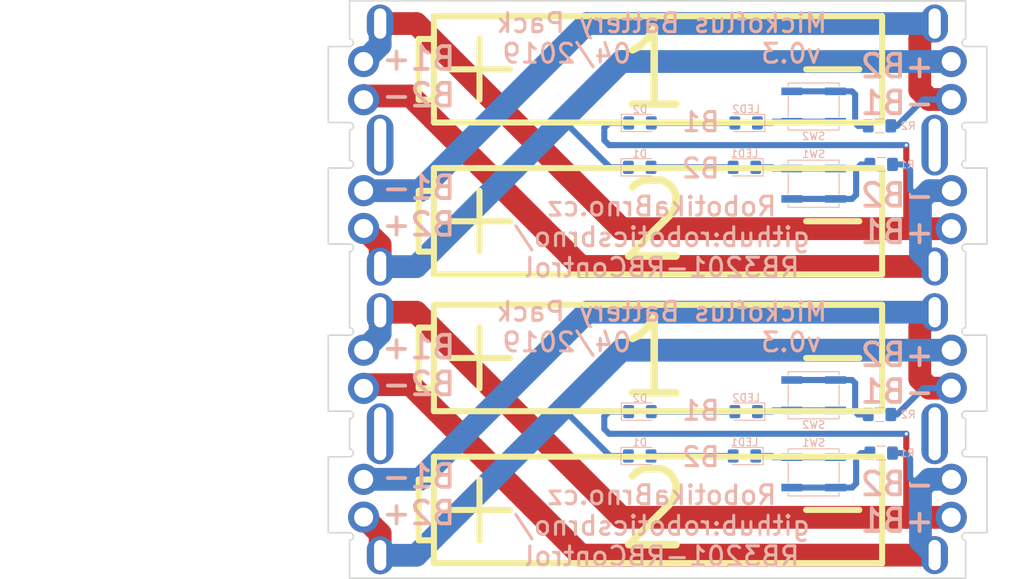
<source format=kicad_pcb>
(kicad_pcb (version 20171130) (host pcbnew 5.1.0-060a0da~80~ubuntu18.04.1)

  (general
    (thickness 1.6)
    (drawings 714)
    (tracks 146)
    (zones 0)
    (modules 44)
    (nets 13)
  )

  (page A4)
  (layers
    (0 F.Cu signal)
    (31 B.Cu signal)
    (32 B.Adhes user)
    (33 F.Adhes user)
    (34 B.Paste user)
    (35 F.Paste user)
    (36 B.SilkS user)
    (37 F.SilkS user)
    (38 B.Mask user)
    (39 F.Mask user)
    (40 Dwgs.User user)
    (41 Cmts.User user)
    (42 Eco1.User user)
    (43 Eco2.User user)
    (44 Edge.Cuts user)
    (45 Margin user)
    (46 B.CrtYd user)
    (47 F.CrtYd user)
    (48 B.Fab user)
    (49 F.Fab user)
  )

  (setup
    (last_trace_width 2)
    (user_trace_width 0.5)
    (user_trace_width 0.8)
    (user_trace_width 0.5)
    (user_trace_width 0.8)
    (user_trace_width 3)
    (user_trace_width 4)
    (trace_clearance 0.5)
    (zone_clearance 0)
    (zone_45_only no)
    (trace_min 0.2)
    (via_size 0.8)
    (via_drill 0.4)
    (via_min_size 0.4)
    (via_min_drill 0.3)
    (uvia_size 0.3)
    (uvia_drill 0.1)
    (uvias_allowed no)
    (uvia_min_size 0.2)
    (uvia_min_drill 0.1)
    (edge_width 0.2)
    (segment_width 0.2)
    (pcb_text_width 0.3)
    (pcb_text_size 1.5 1.5)
    (mod_edge_width 0.15)
    (mod_text_size 1 1)
    (mod_text_width 0.15)
    (pad_size 2.6 5)
    (pad_drill 1.6)
    (pad_to_mask_clearance 0.051)
    (solder_mask_min_width 0.25)
    (aux_axis_origin 0 0)
    (grid_origin 122.9 72.2)
    (visible_elements 7FFFEFFF)
    (pcbplotparams
      (layerselection 0x010fc_ffffffff)
      (usegerberextensions false)
      (usegerberattributes false)
      (usegerberadvancedattributes false)
      (creategerberjobfile false)
      (excludeedgelayer true)
      (linewidth 0.100000)
      (plotframeref false)
      (viasonmask false)
      (mode 1)
      (useauxorigin false)
      (hpglpennumber 1)
      (hpglpenspeed 20)
      (hpglpendiameter 15.000000)
      (psnegative false)
      (psa4output false)
      (plotreference true)
      (plotvalue true)
      (plotinvisibletext false)
      (padsonsilk false)
      (subtractmaskfromsilk false)
      (outputformat 1)
      (mirror false)
      (drillshape 1)
      (scaleselection 1)
      (outputdirectory ""))
  )

  (net 0 "")
  (net 1 "Net-(J14-Pad1)")
  (net 2 "Net-(J15-Pad1)")
  (net 3 /B2-)
  (net 4 /B2+)
  (net 5 /B1-)
  (net 6 /B1+)
  (net 7 "Net-(LED1-Pad1)")
  (net 8 "Net-(R1-Pad2)")
  (net 9 "Net-(R2-Pad2)")
  (net 10 "Net-(LED2-Pad1)")
  (net 11 "Net-(D1-Pad2)")
  (net 12 "Net-(D2-Pad2)")

  (net_class Default "This is the default net class."
    (clearance 0.5)
    (trace_width 2)
    (via_dia 0.8)
    (via_drill 0.4)
    (uvia_dia 0.3)
    (uvia_drill 0.1)
    (add_net /B1+)
    (add_net /B1-)
    (add_net /B2+)
    (add_net /B2-)
    (add_net "Net-(D1-Pad2)")
    (add_net "Net-(D2-Pad2)")
    (add_net "Net-(J14-Pad1)")
    (add_net "Net-(J15-Pad1)")
    (add_net "Net-(LED1-Pad1)")
    (add_net "Net-(LED2-Pad1)")
    (add_net "Net-(R1-Pad2)")
    (add_net "Net-(R2-Pad2)")
  )

  (net_class side ""
    (clearance 0.2)
    (trace_width 2)
    (via_dia 0.8)
    (via_drill 0.4)
    (uvia_dia 0.3)
    (uvia_drill 0.1)
  )

  (module Diode_SMD:D_1206_3216Metric_Pad1.42x1.75mm_HandSolder (layer B.Cu) (tedit 5B4B45C8) (tstamp 5CB05E5A)
    (at 151.43 131.859)
    (descr "Diode SMD 1206 (3216 Metric), square (rectangular) end terminal, IPC_7351 nominal, (Body size source: http://www.tortai-tech.com/upload/download/2011102023233369053.pdf), generated with kicad-footprint-generator")
    (tags "diode handsolder")
    (path /5CA52BB9)
    (attr smd)
    (fp_text reference D2 (at 0 -1.778) (layer B.SilkS)
      (effects (font (size 1 1) (thickness 0.15)) (justify mirror))
    )
    (fp_text value D_Zener_2V (at 0 -1.82) (layer B.Fab)
      (effects (font (size 1 1) (thickness 0.15)) (justify mirror))
    )
    (fp_line (start 1.6 0.8) (end -1.2 0.8) (layer B.Fab) (width 0.1))
    (fp_line (start -1.2 0.8) (end -1.6 0.4) (layer B.Fab) (width 0.1))
    (fp_line (start -1.6 0.4) (end -1.6 -0.8) (layer B.Fab) (width 0.1))
    (fp_line (start -1.6 -0.8) (end 1.6 -0.8) (layer B.Fab) (width 0.1))
    (fp_line (start 1.6 -0.8) (end 1.6 0.8) (layer B.Fab) (width 0.1))
    (fp_line (start 1.6 1.135) (end -2.46 1.135) (layer B.SilkS) (width 0.12))
    (fp_line (start -2.46 1.135) (end -2.46 -1.135) (layer B.SilkS) (width 0.12))
    (fp_line (start -2.46 -1.135) (end 1.6 -1.135) (layer B.SilkS) (width 0.12))
    (fp_line (start -2.45 -1.12) (end -2.45 1.12) (layer B.CrtYd) (width 0.05))
    (fp_line (start -2.45 1.12) (end 2.45 1.12) (layer B.CrtYd) (width 0.05))
    (fp_line (start 2.45 1.12) (end 2.45 -1.12) (layer B.CrtYd) (width 0.05))
    (fp_line (start 2.45 -1.12) (end -2.45 -1.12) (layer B.CrtYd) (width 0.05))
    (fp_text user %R (at 0 0) (layer B.Fab)
      (effects (font (size 0.8 0.8) (thickness 0.12)) (justify mirror))
    )
    (pad 1 smd roundrect (at -1.4875 0) (size 1.425 1.75) (layers B.Cu B.Paste B.Mask) (roundrect_rratio 0.175439)
      (net 6 /B1+))
    (pad 2 smd roundrect (at 1.4875 0) (size 1.425 1.75) (layers B.Cu B.Paste B.Mask) (roundrect_rratio 0.175439)
      (net 12 "Net-(D2-Pad2)"))
    (model ${KISYS3DMOD}/Diode_SMD.3dshapes/D_1206_3216Metric.wrl
      (at (xyz 0 0 0))
      (scale (xyz 1 1 1))
      (rotate (xyz 0 0 0))
    )
  )

  (module yaqwsx:slot_1.8x5 (layer F.Cu) (tedit 5C367C3E) (tstamp 5CB05E38)
    (at 190.225 134.775)
    (path /5C112B35)
    (fp_text reference J15 (at 0 4.95) (layer F.SilkS) hide
      (effects (font (size 1 1) (thickness 0.15)))
    )
    (fp_text value mech (at 0 -4.95) (layer F.Fab) hide
      (effects (font (size 1 1) (thickness 0.15)))
    )
    (pad 1 thru_hole oval (at 0 0) (size 3.5 8) (drill oval 1.6 7) (layers *.Cu *.Mask)
      (net 2 "Net-(J15-Pad1)"))
  )

  (module Button_Switch_SMD:SW_SPST_EVQP0 (layer B.Cu) (tedit 5A02FC95) (tstamp 5CB05E1F)
    (at 174.29 139.86 180)
    (descr "Light Touch Switch, https://industrial.panasonic.com/cdbs/www-data/pdf/ATK0000/ATK0000CE28.pdf")
    (path /5CA4C10E)
    (attr smd)
    (fp_text reference SW1 (at 0 3.9 180) (layer B.SilkS)
      (effects (font (size 1 1) (thickness 0.15)) (justify mirror))
    )
    (fp_text value SW_Push (at 0 -4.25 180) (layer B.Fab)
      (effects (font (size 1 1) (thickness 0.15)) (justify mirror))
    )
    (fp_circle (center 0 0) (end 1.7 0) (layer B.Fab) (width 0.1))
    (fp_line (start -4.5 -3.25) (end -4.5 3.25) (layer B.CrtYd) (width 0.05))
    (fp_line (start 4.5 -3.25) (end -4.5 -3.25) (layer B.CrtYd) (width 0.05))
    (fp_line (start 4.5 3.25) (end 4.5 -3.25) (layer B.CrtYd) (width 0.05))
    (fp_line (start -4.5 3.25) (end 4.5 3.25) (layer B.CrtYd) (width 0.05))
    (fp_text user %R (at 0 3.9 180) (layer B.Fab)
      (effects (font (size 1 1) (thickness 0.15)) (justify mirror))
    )
    (fp_line (start -3.25 -3) (end -3.25 3) (layer B.Fab) (width 0.1))
    (fp_line (start 3.25 -3) (end -3.25 -3) (layer B.Fab) (width 0.1))
    (fp_line (start 3.25 3) (end 3.25 -3) (layer B.Fab) (width 0.1))
    (fp_line (start -3.25 3) (end 3.25 3) (layer B.Fab) (width 0.1))
    (fp_line (start -3.35 2.65) (end -3.35 3.1) (layer B.SilkS) (width 0.12))
    (fp_line (start 3.35 3.1) (end 3.35 2.65) (layer B.SilkS) (width 0.12))
    (fp_line (start -3.35 3.1) (end 3.35 3.1) (layer B.SilkS) (width 0.12))
    (fp_line (start 3.35 1.35) (end 3.35 -1.35) (layer B.SilkS) (width 0.12))
    (fp_line (start -3.35 -1.35) (end -3.35 1.35) (layer B.SilkS) (width 0.12))
    (fp_line (start 3.35 -3.1) (end 3.35 -2.7) (layer B.SilkS) (width 0.12))
    (fp_line (start -3.35 -3.1) (end 3.35 -3.1) (layer B.SilkS) (width 0.12))
    (fp_line (start -3.35 -2.65) (end -3.35 -3.1) (layer B.SilkS) (width 0.12))
    (pad 2 smd rect (at 2.88 -2 180) (size 2.75 1) (layers B.Cu B.Paste B.Mask)
      (net 8 "Net-(R1-Pad2)"))
    (pad 2 smd rect (at -2.88 -2 180) (size 2.75 1) (layers B.Cu B.Paste B.Mask)
      (net 8 "Net-(R1-Pad2)"))
    (pad 1 smd rect (at -2.88 2 180) (size 2.75 1) (layers B.Cu B.Paste B.Mask)
      (net 7 "Net-(LED1-Pad1)"))
    (pad 1 smd rect (at 2.88 2 180) (size 2.75 1) (layers B.Cu B.Paste B.Mask)
      (net 7 "Net-(LED1-Pad1)"))
    (model ${KISYS3DMOD}/Button_Switch_SMD.3dshapes/SW_SPST_EVQP0.wrl
      (at (xyz 0 0 0))
      (scale (xyz 1 1 1))
      (rotate (xyz 0 0 0))
    )
  )

  (module Button_Switch_SMD:SW_SPST_EVQP0 (layer B.Cu) (tedit 5A02FC95) (tstamp 5CB05DC0)
    (at 174.29 129.7)
    (descr "Light Touch Switch, https://industrial.panasonic.com/cdbs/www-data/pdf/ATK0000/ATK0000CE28.pdf")
    (path /5CA539E1)
    (attr smd)
    (fp_text reference SW2 (at 0 3.9) (layer B.SilkS)
      (effects (font (size 1 1) (thickness 0.15)) (justify mirror))
    )
    (fp_text value SW_Push (at 0 -4.25) (layer B.Fab)
      (effects (font (size 1 1) (thickness 0.15)) (justify mirror))
    )
    (fp_line (start -3.35 -2.65) (end -3.35 -3.1) (layer B.SilkS) (width 0.12))
    (fp_line (start -3.35 -3.1) (end 3.35 -3.1) (layer B.SilkS) (width 0.12))
    (fp_line (start 3.35 -3.1) (end 3.35 -2.7) (layer B.SilkS) (width 0.12))
    (fp_line (start -3.35 -1.35) (end -3.35 1.35) (layer B.SilkS) (width 0.12))
    (fp_line (start 3.35 1.35) (end 3.35 -1.35) (layer B.SilkS) (width 0.12))
    (fp_line (start -3.35 3.1) (end 3.35 3.1) (layer B.SilkS) (width 0.12))
    (fp_line (start 3.35 3.1) (end 3.35 2.65) (layer B.SilkS) (width 0.12))
    (fp_line (start -3.35 2.65) (end -3.35 3.1) (layer B.SilkS) (width 0.12))
    (fp_line (start -3.25 3) (end 3.25 3) (layer B.Fab) (width 0.1))
    (fp_line (start 3.25 3) (end 3.25 -3) (layer B.Fab) (width 0.1))
    (fp_line (start 3.25 -3) (end -3.25 -3) (layer B.Fab) (width 0.1))
    (fp_line (start -3.25 -3) (end -3.25 3) (layer B.Fab) (width 0.1))
    (fp_text user %R (at 0 3.9) (layer B.Fab)
      (effects (font (size 1 1) (thickness 0.15)) (justify mirror))
    )
    (fp_line (start -4.5 3.25) (end 4.5 3.25) (layer B.CrtYd) (width 0.05))
    (fp_line (start 4.5 3.25) (end 4.5 -3.25) (layer B.CrtYd) (width 0.05))
    (fp_line (start 4.5 -3.25) (end -4.5 -3.25) (layer B.CrtYd) (width 0.05))
    (fp_line (start -4.5 -3.25) (end -4.5 3.25) (layer B.CrtYd) (width 0.05))
    (fp_circle (center 0 0) (end 1.7 0) (layer B.Fab) (width 0.1))
    (pad 1 smd rect (at 2.88 2) (size 2.75 1) (layers B.Cu B.Paste B.Mask)
      (net 10 "Net-(LED2-Pad1)"))
    (pad 1 smd rect (at -2.88 2) (size 2.75 1) (layers B.Cu B.Paste B.Mask)
      (net 10 "Net-(LED2-Pad1)"))
    (pad 2 smd rect (at -2.88 -2) (size 2.75 1) (layers B.Cu B.Paste B.Mask)
      (net 9 "Net-(R2-Pad2)"))
    (pad 2 smd rect (at 2.88 -2) (size 2.75 1) (layers B.Cu B.Paste B.Mask)
      (net 9 "Net-(R2-Pad2)"))
    (model ${KISYS3DMOD}/Button_Switch_SMD.3dshapes/SW_SPST_EVQP0.wrl
      (at (xyz 0 0 0))
      (scale (xyz 1 1 1))
      (rotate (xyz 0 0 0))
    )
  )

  (module yaqwsx:slot_1.8x2 (layer F.Cu) (tedit 5C367C66) (tstamp 5CB05D92)
    (at 117.225 118.775)
    (path /5C111C3E)
    (fp_text reference J16 (at 0 3.7) (layer F.SilkS) hide
      (effects (font (size 1 1) (thickness 0.15)))
    )
    (fp_text value B1_P_tans_b (at 0 -3.55) (layer F.Fab) hide
      (effects (font (size 1 1) (thickness 0.15)))
    )
    (pad 1 thru_hole oval (at 0 0) (size 3.5 5) (drill oval 1.6 4) (layers *.Cu *.Mask)
      (net 6 /B1+))
  )

  (module yaqwsx:banana_2mm_hole (layer F.Cu) (tedit 5C367C7D) (tstamp 5CB05D37)
    (at 192.425 140.775)
    (path /5C1125A5)
    (fp_text reference J26 (at 0 3.2) (layer F.SilkS) hide
      (effects (font (size 1 1) (thickness 0.15)))
    )
    (fp_text value B2_M_a (at 0 -3.15) (layer F.Fab) hide
      (effects (font (size 1 1) (thickness 0.15)))
    )
    (pad 1 thru_hole circle (at 0 0) (size 4.1 4.1) (drill 2.5) (layers *.Cu *.Mask)
      (net 3 /B2-))
  )

  (module yaqwsx:banana_2mm_hole (layer F.Cu) (tedit 5C367C7D) (tstamp 5CB05D33)
    (at 192.4 128.775)
    (path /5C1121FF)
    (fp_text reference J22 (at 0 3.2) (layer F.SilkS) hide
      (effects (font (size 1 1) (thickness 0.15)))
    )
    (fp_text value B1_M_a (at 0 -3.15) (layer F.Fab) hide
      (effects (font (size 1 1) (thickness 0.15)))
    )
    (pad 1 thru_hole circle (at 0 0) (size 4.1 4.1) (drill 2.5) (layers *.Cu *.Mask)
      (net 5 /B1-))
  )

  (module yaqwsx:banana_2mm_hole (layer F.Cu) (tedit 5C367C7D) (tstamp 5CB05D29)
    (at 192.4 145.775)
    (path /5C111F45)
    (fp_text reference J21 (at 0 3.2) (layer F.SilkS) hide
      (effects (font (size 1 1) (thickness 0.15)))
    )
    (fp_text value B1_P_a (at 0 -3.15) (layer F.Fab) hide
      (effects (font (size 1 1) (thickness 0.15)))
    )
    (pad 1 thru_hole circle (at 0 0) (size 4.1 4.1) (drill 2.5) (layers *.Cu *.Mask)
      (net 6 /B1+))
  )

  (module yaqwsx:banana_2mm_hole (layer F.Cu) (tedit 5C367C7D) (tstamp 5CB05D25)
    (at 115.05 145.75)
    (path /5C112596)
    (fp_text reference J25 (at 0 3.2) (layer F.SilkS) hide
      (effects (font (size 1 1) (thickness 0.15)))
    )
    (fp_text value B2_P_a (at 0 -3.15) (layer F.Fab) hide
      (effects (font (size 1 1) (thickness 0.15)))
    )
    (pad 1 thru_hole circle (at 0 0) (size 4.1 4.1) (drill 2.5) (layers *.Cu *.Mask)
      (net 4 /B2+))
  )

  (module yaqwsx:banana_2mm_hole (layer F.Cu) (tedit 5C367C7D) (tstamp 5CB05D0B)
    (at 115.05 123.775)
    (path /5C11203B)
    (fp_text reference J20 (at 0 3.2) (layer F.SilkS) hide
      (effects (font (size 1 1) (thickness 0.15)))
    )
    (fp_text value B1_P_b (at 0 -3.15) (layer F.Fab) hide
      (effects (font (size 1 1) (thickness 0.15)))
    )
    (pad 1 thru_hole circle (at 0 0) (size 4.1 4.1) (drill 2.5) (layers *.Cu *.Mask)
      (net 6 /B1+))
  )

  (module Resistor_SMD:R_1206_3216Metric_Pad1.42x1.75mm_HandSolder (layer B.Cu) (tedit 5B301BBD) (tstamp 5CB05CFB)
    (at 182.9625 132.24 180)
    (descr "Resistor SMD 1206 (3216 Metric), square (rectangular) end terminal, IPC_7351 nominal with elongated pad for handsoldering. (Body size source: http://www.tortai-tech.com/upload/download/2011102023233369053.pdf), generated with kicad-footprint-generator")
    (tags "resistor handsolder")
    (path /5CA5395D)
    (attr smd)
    (fp_text reference R2 (at -3.7735 0 180) (layer B.SilkS)
      (effects (font (size 1 1) (thickness 0.15)) (justify mirror))
    )
    (fp_text value R (at 0 -1.82 180) (layer B.Fab)
      (effects (font (size 1 1) (thickness 0.15)) (justify mirror))
    )
    (fp_text user %R (at 0 0 180) (layer B.Fab)
      (effects (font (size 0.8 0.8) (thickness 0.12)) (justify mirror))
    )
    (fp_line (start 2.45 -1.12) (end -2.45 -1.12) (layer B.CrtYd) (width 0.05))
    (fp_line (start 2.45 1.12) (end 2.45 -1.12) (layer B.CrtYd) (width 0.05))
    (fp_line (start -2.45 1.12) (end 2.45 1.12) (layer B.CrtYd) (width 0.05))
    (fp_line (start -2.45 -1.12) (end -2.45 1.12) (layer B.CrtYd) (width 0.05))
    (fp_line (start -0.602064 -0.91) (end 0.602064 -0.91) (layer B.SilkS) (width 0.12))
    (fp_line (start -0.602064 0.91) (end 0.602064 0.91) (layer B.SilkS) (width 0.12))
    (fp_line (start 1.6 -0.8) (end -1.6 -0.8) (layer B.Fab) (width 0.1))
    (fp_line (start 1.6 0.8) (end 1.6 -0.8) (layer B.Fab) (width 0.1))
    (fp_line (start -1.6 0.8) (end 1.6 0.8) (layer B.Fab) (width 0.1))
    (fp_line (start -1.6 -0.8) (end -1.6 0.8) (layer B.Fab) (width 0.1))
    (pad 2 smd roundrect (at 1.4875 0 180) (size 1.425 1.75) (layers B.Cu B.Paste B.Mask) (roundrect_rratio 0.175439)
      (net 9 "Net-(R2-Pad2)"))
    (pad 1 smd roundrect (at -1.4875 0 180) (size 1.425 1.75) (layers B.Cu B.Paste B.Mask) (roundrect_rratio 0.175439)
      (net 5 /B1-))
    (model ${KISYS3DMOD}/Resistor_SMD.3dshapes/R_1206_3216Metric.wrl
      (at (xyz 0 0 0))
      (scale (xyz 1 1 1))
      (rotate (xyz 0 0 0))
    )
  )

  (module Diode_SMD:D_1206_3216Metric_Pad1.42x1.75mm_HandSolder (layer B.Cu) (tedit 5B4B45C8) (tstamp 5CB05CE9)
    (at 151.3935 137.701)
    (descr "Diode SMD 1206 (3216 Metric), square (rectangular) end terminal, IPC_7351 nominal, (Body size source: http://www.tortai-tech.com/upload/download/2011102023233369053.pdf), generated with kicad-footprint-generator")
    (tags "diode handsolder")
    (path /5CA4BCEC)
    (attr smd)
    (fp_text reference D1 (at 0 -1.778) (layer B.SilkS)
      (effects (font (size 1 1) (thickness 0.15)) (justify mirror))
    )
    (fp_text value D_Zener_2V (at 0 -1.82) (layer B.Fab)
      (effects (font (size 1 1) (thickness 0.15)) (justify mirror))
    )
    (fp_text user %R (at 0 0) (layer B.Fab)
      (effects (font (size 0.8 0.8) (thickness 0.12)) (justify mirror))
    )
    (fp_line (start 2.45 -1.12) (end -2.45 -1.12) (layer B.CrtYd) (width 0.05))
    (fp_line (start 2.45 1.12) (end 2.45 -1.12) (layer B.CrtYd) (width 0.05))
    (fp_line (start -2.45 1.12) (end 2.45 1.12) (layer B.CrtYd) (width 0.05))
    (fp_line (start -2.45 -1.12) (end -2.45 1.12) (layer B.CrtYd) (width 0.05))
    (fp_line (start -2.46 -1.135) (end 1.6 -1.135) (layer B.SilkS) (width 0.12))
    (fp_line (start -2.46 1.135) (end -2.46 -1.135) (layer B.SilkS) (width 0.12))
    (fp_line (start 1.6 1.135) (end -2.46 1.135) (layer B.SilkS) (width 0.12))
    (fp_line (start 1.6 -0.8) (end 1.6 0.8) (layer B.Fab) (width 0.1))
    (fp_line (start -1.6 -0.8) (end 1.6 -0.8) (layer B.Fab) (width 0.1))
    (fp_line (start -1.6 0.4) (end -1.6 -0.8) (layer B.Fab) (width 0.1))
    (fp_line (start -1.2 0.8) (end -1.6 0.4) (layer B.Fab) (width 0.1))
    (fp_line (start 1.6 0.8) (end -1.2 0.8) (layer B.Fab) (width 0.1))
    (pad 2 smd roundrect (at 1.4875 0) (size 1.425 1.75) (layers B.Cu B.Paste B.Mask) (roundrect_rratio 0.175439)
      (net 11 "Net-(D1-Pad2)"))
    (pad 1 smd roundrect (at -1.4875 0) (size 1.425 1.75) (layers B.Cu B.Paste B.Mask) (roundrect_rratio 0.175439)
      (net 4 /B2+))
    (model ${KISYS3DMOD}/Diode_SMD.3dshapes/D_1206_3216Metric.wrl
      (at (xyz 0 0 0))
      (scale (xyz 1 1 1))
      (rotate (xyz 0 0 0))
    )
  )

  (module LED_SMD:LED_1206_3216Metric_Pad1.42x1.75mm_HandSolder (layer B.Cu) (tedit 5B4B45C9) (tstamp 5CB05CD2)
    (at 165.4 131.859 180)
    (descr "LED SMD 1206 (3216 Metric), square (rectangular) end terminal, IPC_7351 nominal, (Body size source: http://www.tortai-tech.com/upload/download/2011102023233369053.pdf), generated with kicad-footprint-generator")
    (tags "LED handsolder")
    (path /5CA52B33)
    (attr smd)
    (fp_text reference LED2 (at 0 1.82 180) (layer B.SilkS)
      (effects (font (size 1 1) (thickness 0.15)) (justify mirror))
    )
    (fp_text value LED_RED (at 0 -1.82 180) (layer B.Fab)
      (effects (font (size 1 1) (thickness 0.15)) (justify mirror))
    )
    (fp_text user %R (at 0 0 180) (layer B.Fab)
      (effects (font (size 0.8 0.8) (thickness 0.12)) (justify mirror))
    )
    (fp_line (start 2.45 -1.12) (end -2.45 -1.12) (layer B.CrtYd) (width 0.05))
    (fp_line (start 2.45 1.12) (end 2.45 -1.12) (layer B.CrtYd) (width 0.05))
    (fp_line (start -2.45 1.12) (end 2.45 1.12) (layer B.CrtYd) (width 0.05))
    (fp_line (start -2.45 -1.12) (end -2.45 1.12) (layer B.CrtYd) (width 0.05))
    (fp_line (start -2.46 -1.135) (end 1.6 -1.135) (layer B.SilkS) (width 0.12))
    (fp_line (start -2.46 1.135) (end -2.46 -1.135) (layer B.SilkS) (width 0.12))
    (fp_line (start 1.6 1.135) (end -2.46 1.135) (layer B.SilkS) (width 0.12))
    (fp_line (start 1.6 -0.8) (end 1.6 0.8) (layer B.Fab) (width 0.1))
    (fp_line (start -1.6 -0.8) (end 1.6 -0.8) (layer B.Fab) (width 0.1))
    (fp_line (start -1.6 0.4) (end -1.6 -0.8) (layer B.Fab) (width 0.1))
    (fp_line (start -1.2 0.8) (end -1.6 0.4) (layer B.Fab) (width 0.1))
    (fp_line (start 1.6 0.8) (end -1.2 0.8) (layer B.Fab) (width 0.1))
    (pad 2 smd roundrect (at 1.4875 0 180) (size 1.425 1.75) (layers B.Cu B.Paste B.Mask) (roundrect_rratio 0.175439)
      (net 12 "Net-(D2-Pad2)"))
    (pad 1 smd roundrect (at -1.4875 0 180) (size 1.425 1.75) (layers B.Cu B.Paste B.Mask) (roundrect_rratio 0.175439)
      (net 10 "Net-(LED2-Pad1)"))
    (model ${KISYS3DMOD}/LED_SMD.3dshapes/LED_1206_3216Metric.wrl
      (at (xyz 0 0 0))
      (scale (xyz 1 1 1))
      (rotate (xyz 0 0 0))
    )
  )

  (module LED_SMD:LED_1206_3216Metric_Pad1.42x1.75mm_HandSolder (layer B.Cu) (tedit 5B4B45C9) (tstamp 5CB05CC0)
    (at 165.1825 137.701 180)
    (descr "LED SMD 1206 (3216 Metric), square (rectangular) end terminal, IPC_7351 nominal, (Body size source: http://www.tortai-tech.com/upload/download/2011102023233369053.pdf), generated with kicad-footprint-generator")
    (tags "LED handsolder")
    (path /5CA4BABE)
    (attr smd)
    (fp_text reference LED1 (at 0 1.82 180) (layer B.SilkS)
      (effects (font (size 1 1) (thickness 0.15)) (justify mirror))
    )
    (fp_text value LED_RED (at 0 -1.82 180) (layer B.Fab)
      (effects (font (size 1 1) (thickness 0.15)) (justify mirror))
    )
    (fp_text user %R (at 0 0 180) (layer B.Fab)
      (effects (font (size 0.8 0.8) (thickness 0.12)) (justify mirror))
    )
    (fp_line (start 2.45 -1.12) (end -2.45 -1.12) (layer B.CrtYd) (width 0.05))
    (fp_line (start 2.45 1.12) (end 2.45 -1.12) (layer B.CrtYd) (width 0.05))
    (fp_line (start -2.45 1.12) (end 2.45 1.12) (layer B.CrtYd) (width 0.05))
    (fp_line (start -2.45 -1.12) (end -2.45 1.12) (layer B.CrtYd) (width 0.05))
    (fp_line (start -2.46 -1.135) (end 1.6 -1.135) (layer B.SilkS) (width 0.12))
    (fp_line (start -2.46 1.135) (end -2.46 -1.135) (layer B.SilkS) (width 0.12))
    (fp_line (start 1.6 1.135) (end -2.46 1.135) (layer B.SilkS) (width 0.12))
    (fp_line (start 1.6 -0.8) (end 1.6 0.8) (layer B.Fab) (width 0.1))
    (fp_line (start -1.6 -0.8) (end 1.6 -0.8) (layer B.Fab) (width 0.1))
    (fp_line (start -1.6 0.4) (end -1.6 -0.8) (layer B.Fab) (width 0.1))
    (fp_line (start -1.2 0.8) (end -1.6 0.4) (layer B.Fab) (width 0.1))
    (fp_line (start 1.6 0.8) (end -1.2 0.8) (layer B.Fab) (width 0.1))
    (pad 2 smd roundrect (at 1.4875 0 180) (size 1.425 1.75) (layers B.Cu B.Paste B.Mask) (roundrect_rratio 0.175439)
      (net 11 "Net-(D1-Pad2)"))
    (pad 1 smd roundrect (at -1.4875 0 180) (size 1.425 1.75) (layers B.Cu B.Paste B.Mask) (roundrect_rratio 0.175439)
      (net 7 "Net-(LED1-Pad1)"))
    (model ${KISYS3DMOD}/LED_SMD.3dshapes/LED_1206_3216Metric.wrl
      (at (xyz 0 0 0))
      (scale (xyz 1 1 1))
      (rotate (xyz 0 0 0))
    )
  )

  (module yaqwsx:slot_1.8x5 (layer B.Cu) (tedit 5C367C3E) (tstamp 5CB05C9C)
    (at 117.225 134.775)
    (path /5C112AC9)
    (fp_text reference J14 (at 0 -4.95) (layer B.SilkS) hide
      (effects (font (size 1 1) (thickness 0.15)) (justify mirror))
    )
    (fp_text value mech (at 0 4.95) (layer B.Fab) hide
      (effects (font (size 1 1) (thickness 0.15)) (justify mirror))
    )
    (pad 1 thru_hole oval (at 0 0) (size 3.5 8) (drill oval 1.6 7) (layers *.Cu *.Mask)
      (net 1 "Net-(J14-Pad1)"))
  )

  (module yaqwsx:banana_2mm_hole (layer F.Cu) (tedit 5C367C7D) (tstamp 5CB05C98)
    (at 115.05 140.775)
    (path /5C112249)
    (fp_text reference J23 (at 0 3.2) (layer F.SilkS) hide
      (effects (font (size 1 1) (thickness 0.15)))
    )
    (fp_text value B1_M_b (at 0 -3.15) (layer F.Fab) hide
      (effects (font (size 1 1) (thickness 0.15)))
    )
    (pad 1 thru_hole circle (at 0 0) (size 4.1 4.1) (drill 2.5) (layers *.Cu *.Mask)
      (net 5 /B1-))
  )

  (module yaqwsx:banana_2mm_hole (layer F.Cu) (tedit 5C367C7D) (tstamp 5CB05C82)
    (at 192.4 123.775)
    (path /5C11259C)
    (fp_text reference J24 (at 0 3.2) (layer F.SilkS) hide
      (effects (font (size 1 1) (thickness 0.15)))
    )
    (fp_text value B2_P_b (at 0 -3.15) (layer F.Fab) hide
      (effects (font (size 1 1) (thickness 0.15)))
    )
    (pad 1 thru_hole circle (at 0 0) (size 4.1 4.1) (drill 2.5) (layers *.Cu *.Mask)
      (net 4 /B2+))
  )

  (module yaqwsx:slot_1.8x2 (layer F.Cu) (tedit 5C367C66) (tstamp 5CB05C7E)
    (at 190.225 150.75)
    (path /5C111E4F)
    (fp_text reference J19 (at 0 3.7) (layer F.SilkS) hide
      (effects (font (size 1 1) (thickness 0.15)))
    )
    (fp_text value B2_M_tans_b (at 0 -3.55) (layer F.Fab) hide
      (effects (font (size 1 1) (thickness 0.15)))
    )
    (pad 1 thru_hole oval (at 0 0) (size 3.5 5) (drill oval 1.6 4) (layers *.Cu *.Mask)
      (net 3 /B2-))
  )

  (module yaqwsx:slot_1.8x2 (layer F.Cu) (tedit 5C367C66) (tstamp 5CB05C65)
    (at 117.225 150.775)
    (path /5C111DE6)
    (fp_text reference J18 (at 0 3.7) (layer F.SilkS) hide
      (effects (font (size 1 1) (thickness 0.15)))
    )
    (fp_text value B2_P_tans_b (at 0 -3.55) (layer F.Fab) hide
      (effects (font (size 1 1) (thickness 0.15)))
    )
    (pad 1 thru_hole oval (at 0 0) (size 3.5 5) (drill oval 1.6 4) (layers *.Cu *.Mask)
      (net 4 /B2+))
  )

  (module yaqwsx:slot_1.8x2 (layer F.Cu) (tedit 5C367C66) (tstamp 5CB05C55)
    (at 190.225 118.775)
    (path /5C111DAA)
    (fp_text reference J17 (at 0 3.7) (layer F.SilkS) hide
      (effects (font (size 1 1) (thickness 0.15)))
    )
    (fp_text value B1_M_tans_b (at 0 -3.55) (layer B.Fab) hide
      (effects (font (size 1 1) (thickness 0.15)) (justify mirror))
    )
    (pad 1 thru_hole oval (at 0 0) (size 3.5 5) (drill oval 1.6 4) (layers *.Cu *.Mask)
      (net 5 /B1-))
  )

  (module Resistor_SMD:R_1206_3216Metric_Pad1.42x1.75mm_HandSolder (layer B.Cu) (tedit 5B301BBD) (tstamp 5CB05C45)
    (at 183.18 137.32 180)
    (descr "Resistor SMD 1206 (3216 Metric), square (rectangular) end terminal, IPC_7351 nominal with elongated pad for handsoldering. (Body size source: http://www.tortai-tech.com/upload/download/2011102023233369053.pdf), generated with kicad-footprint-generator")
    (tags "resistor handsolder")
    (path /5CA4BE3E)
    (attr smd)
    (fp_text reference R1 (at -3.429 0 180) (layer B.SilkS)
      (effects (font (size 1 1) (thickness 0.15)) (justify mirror))
    )
    (fp_text value R (at 0 -1.82 180) (layer B.Fab)
      (effects (font (size 1 1) (thickness 0.15)) (justify mirror))
    )
    (fp_text user %R (at 0 0 180) (layer B.Fab)
      (effects (font (size 0.8 0.8) (thickness 0.12)) (justify mirror))
    )
    (fp_line (start 2.45 -1.12) (end -2.45 -1.12) (layer B.CrtYd) (width 0.05))
    (fp_line (start 2.45 1.12) (end 2.45 -1.12) (layer B.CrtYd) (width 0.05))
    (fp_line (start -2.45 1.12) (end 2.45 1.12) (layer B.CrtYd) (width 0.05))
    (fp_line (start -2.45 -1.12) (end -2.45 1.12) (layer B.CrtYd) (width 0.05))
    (fp_line (start -0.602064 -0.91) (end 0.602064 -0.91) (layer B.SilkS) (width 0.12))
    (fp_line (start -0.602064 0.91) (end 0.602064 0.91) (layer B.SilkS) (width 0.12))
    (fp_line (start 1.6 -0.8) (end -1.6 -0.8) (layer B.Fab) (width 0.1))
    (fp_line (start 1.6 0.8) (end 1.6 -0.8) (layer B.Fab) (width 0.1))
    (fp_line (start -1.6 0.8) (end 1.6 0.8) (layer B.Fab) (width 0.1))
    (fp_line (start -1.6 -0.8) (end -1.6 0.8) (layer B.Fab) (width 0.1))
    (pad 2 smd roundrect (at 1.4875 0 180) (size 1.425 1.75) (layers B.Cu B.Paste B.Mask) (roundrect_rratio 0.175439)
      (net 8 "Net-(R1-Pad2)"))
    (pad 1 smd roundrect (at -1.4875 0 180) (size 1.425 1.75) (layers B.Cu B.Paste B.Mask) (roundrect_rratio 0.175439)
      (net 3 /B2-))
    (model ${KISYS3DMOD}/Resistor_SMD.3dshapes/R_1206_3216Metric.wrl
      (at (xyz 0 0 0))
      (scale (xyz 1 1 1))
      (rotate (xyz 0 0 0))
    )
  )

  (module yaqwsx:banana_2mm_hole (layer F.Cu) (tedit 5C367C7D) (tstamp 5CB05C15)
    (at 115.05 128.8)
    (path /5C1125AB)
    (fp_text reference J27 (at 0 3.2) (layer F.SilkS) hide
      (effects (font (size 1 1) (thickness 0.15)))
    )
    (fp_text value B2_M_b (at 0 -3.15) (layer F.Fab) hide
      (effects (font (size 1 1) (thickness 0.15)))
    )
    (pad 1 thru_hole circle (at 0 0) (size 4.1 4.1) (drill 2.5) (layers *.Cu *.Mask)
      (net 3 /B2-))
  )

  (module Button_Switch_SMD:SW_SPST_EVQP0 (layer B.Cu) (tedit 5A02FC95) (tstamp 5CA67680)
    (at 174.29 91.7)
    (descr "Light Touch Switch, https://industrial.panasonic.com/cdbs/www-data/pdf/ATK0000/ATK0000CE28.pdf")
    (path /5CA539E1)
    (attr smd)
    (fp_text reference SW2 (at 0 3.9) (layer B.SilkS)
      (effects (font (size 1 1) (thickness 0.15)) (justify mirror))
    )
    (fp_text value SW_Push (at 0 -4.25) (layer B.Fab)
      (effects (font (size 1 1) (thickness 0.15)) (justify mirror))
    )
    (fp_circle (center 0 0) (end 1.7 0) (layer B.Fab) (width 0.1))
    (fp_line (start -4.5 -3.25) (end -4.5 3.25) (layer B.CrtYd) (width 0.05))
    (fp_line (start 4.5 -3.25) (end -4.5 -3.25) (layer B.CrtYd) (width 0.05))
    (fp_line (start 4.5 3.25) (end 4.5 -3.25) (layer B.CrtYd) (width 0.05))
    (fp_line (start -4.5 3.25) (end 4.5 3.25) (layer B.CrtYd) (width 0.05))
    (fp_text user %R (at 0 3.9) (layer B.Fab)
      (effects (font (size 1 1) (thickness 0.15)) (justify mirror))
    )
    (fp_line (start -3.25 -3) (end -3.25 3) (layer B.Fab) (width 0.1))
    (fp_line (start 3.25 -3) (end -3.25 -3) (layer B.Fab) (width 0.1))
    (fp_line (start 3.25 3) (end 3.25 -3) (layer B.Fab) (width 0.1))
    (fp_line (start -3.25 3) (end 3.25 3) (layer B.Fab) (width 0.1))
    (fp_line (start -3.35 2.65) (end -3.35 3.1) (layer B.SilkS) (width 0.12))
    (fp_line (start 3.35 3.1) (end 3.35 2.65) (layer B.SilkS) (width 0.12))
    (fp_line (start -3.35 3.1) (end 3.35 3.1) (layer B.SilkS) (width 0.12))
    (fp_line (start 3.35 1.35) (end 3.35 -1.35) (layer B.SilkS) (width 0.12))
    (fp_line (start -3.35 -1.35) (end -3.35 1.35) (layer B.SilkS) (width 0.12))
    (fp_line (start 3.35 -3.1) (end 3.35 -2.7) (layer B.SilkS) (width 0.12))
    (fp_line (start -3.35 -3.1) (end 3.35 -3.1) (layer B.SilkS) (width 0.12))
    (fp_line (start -3.35 -2.65) (end -3.35 -3.1) (layer B.SilkS) (width 0.12))
    (pad 2 smd rect (at 2.88 -2) (size 2.75 1) (layers B.Cu B.Paste B.Mask)
      (net 9 "Net-(R2-Pad2)"))
    (pad 2 smd rect (at -2.88 -2) (size 2.75 1) (layers B.Cu B.Paste B.Mask)
      (net 9 "Net-(R2-Pad2)"))
    (pad 1 smd rect (at -2.88 2) (size 2.75 1) (layers B.Cu B.Paste B.Mask)
      (net 10 "Net-(LED2-Pad1)"))
    (pad 1 smd rect (at 2.88 2) (size 2.75 1) (layers B.Cu B.Paste B.Mask)
      (net 10 "Net-(LED2-Pad1)"))
    (model ${KISYS3DMOD}/Button_Switch_SMD.3dshapes/SW_SPST_EVQP0.wrl
      (at (xyz 0 0 0))
      (scale (xyz 1 1 1))
      (rotate (xyz 0 0 0))
    )
  )

  (module Button_Switch_SMD:SW_SPST_EVQP0 (layer B.Cu) (tedit 5A02FC95) (tstamp 5CA6764E)
    (at 174.29 101.86 180)
    (descr "Light Touch Switch, https://industrial.panasonic.com/cdbs/www-data/pdf/ATK0000/ATK0000CE28.pdf")
    (path /5CA4C10E)
    (attr smd)
    (fp_text reference SW1 (at 0 3.9 180) (layer B.SilkS)
      (effects (font (size 1 1) (thickness 0.15)) (justify mirror))
    )
    (fp_text value SW_Push (at 0 -4.25 180) (layer B.Fab)
      (effects (font (size 1 1) (thickness 0.15)) (justify mirror))
    )
    (fp_line (start -3.35 -2.65) (end -3.35 -3.1) (layer B.SilkS) (width 0.12))
    (fp_line (start -3.35 -3.1) (end 3.35 -3.1) (layer B.SilkS) (width 0.12))
    (fp_line (start 3.35 -3.1) (end 3.35 -2.7) (layer B.SilkS) (width 0.12))
    (fp_line (start -3.35 -1.35) (end -3.35 1.35) (layer B.SilkS) (width 0.12))
    (fp_line (start 3.35 1.35) (end 3.35 -1.35) (layer B.SilkS) (width 0.12))
    (fp_line (start -3.35 3.1) (end 3.35 3.1) (layer B.SilkS) (width 0.12))
    (fp_line (start 3.35 3.1) (end 3.35 2.65) (layer B.SilkS) (width 0.12))
    (fp_line (start -3.35 2.65) (end -3.35 3.1) (layer B.SilkS) (width 0.12))
    (fp_line (start -3.25 3) (end 3.25 3) (layer B.Fab) (width 0.1))
    (fp_line (start 3.25 3) (end 3.25 -3) (layer B.Fab) (width 0.1))
    (fp_line (start 3.25 -3) (end -3.25 -3) (layer B.Fab) (width 0.1))
    (fp_line (start -3.25 -3) (end -3.25 3) (layer B.Fab) (width 0.1))
    (fp_text user %R (at 0 3.9 180) (layer B.Fab)
      (effects (font (size 1 1) (thickness 0.15)) (justify mirror))
    )
    (fp_line (start -4.5 3.25) (end 4.5 3.25) (layer B.CrtYd) (width 0.05))
    (fp_line (start 4.5 3.25) (end 4.5 -3.25) (layer B.CrtYd) (width 0.05))
    (fp_line (start 4.5 -3.25) (end -4.5 -3.25) (layer B.CrtYd) (width 0.05))
    (fp_line (start -4.5 -3.25) (end -4.5 3.25) (layer B.CrtYd) (width 0.05))
    (fp_circle (center 0 0) (end 1.7 0) (layer B.Fab) (width 0.1))
    (pad 1 smd rect (at 2.88 2 180) (size 2.75 1) (layers B.Cu B.Paste B.Mask)
      (net 7 "Net-(LED1-Pad1)"))
    (pad 1 smd rect (at -2.88 2 180) (size 2.75 1) (layers B.Cu B.Paste B.Mask)
      (net 7 "Net-(LED1-Pad1)"))
    (pad 2 smd rect (at -2.88 -2 180) (size 2.75 1) (layers B.Cu B.Paste B.Mask)
      (net 8 "Net-(R1-Pad2)"))
    (pad 2 smd rect (at 2.88 -2 180) (size 2.75 1) (layers B.Cu B.Paste B.Mask)
      (net 8 "Net-(R1-Pad2)"))
    (model ${KISYS3DMOD}/Button_Switch_SMD.3dshapes/SW_SPST_EVQP0.wrl
      (at (xyz 0 0 0))
      (scale (xyz 1 1 1))
      (rotate (xyz 0 0 0))
    )
  )

  (module Diode_SMD:D_1206_3216Metric_Pad1.42x1.75mm_HandSolder (layer B.Cu) (tedit 5B4B45C8) (tstamp 5CA6764D)
    (at 151.43 93.859)
    (descr "Diode SMD 1206 (3216 Metric), square (rectangular) end terminal, IPC_7351 nominal, (Body size source: http://www.tortai-tech.com/upload/download/2011102023233369053.pdf), generated with kicad-footprint-generator")
    (tags "diode handsolder")
    (path /5CA52BB9)
    (attr smd)
    (fp_text reference D2 (at 0 -1.778) (layer B.SilkS)
      (effects (font (size 1 1) (thickness 0.15)) (justify mirror))
    )
    (fp_text value D_Zener_2V (at 0 -1.82) (layer B.Fab)
      (effects (font (size 1 1) (thickness 0.15)) (justify mirror))
    )
    (fp_text user %R (at 0 0) (layer B.Fab)
      (effects (font (size 0.8 0.8) (thickness 0.12)) (justify mirror))
    )
    (fp_line (start 2.45 -1.12) (end -2.45 -1.12) (layer B.CrtYd) (width 0.05))
    (fp_line (start 2.45 1.12) (end 2.45 -1.12) (layer B.CrtYd) (width 0.05))
    (fp_line (start -2.45 1.12) (end 2.45 1.12) (layer B.CrtYd) (width 0.05))
    (fp_line (start -2.45 -1.12) (end -2.45 1.12) (layer B.CrtYd) (width 0.05))
    (fp_line (start -2.46 -1.135) (end 1.6 -1.135) (layer B.SilkS) (width 0.12))
    (fp_line (start -2.46 1.135) (end -2.46 -1.135) (layer B.SilkS) (width 0.12))
    (fp_line (start 1.6 1.135) (end -2.46 1.135) (layer B.SilkS) (width 0.12))
    (fp_line (start 1.6 -0.8) (end 1.6 0.8) (layer B.Fab) (width 0.1))
    (fp_line (start -1.6 -0.8) (end 1.6 -0.8) (layer B.Fab) (width 0.1))
    (fp_line (start -1.6 0.4) (end -1.6 -0.8) (layer B.Fab) (width 0.1))
    (fp_line (start -1.2 0.8) (end -1.6 0.4) (layer B.Fab) (width 0.1))
    (fp_line (start 1.6 0.8) (end -1.2 0.8) (layer B.Fab) (width 0.1))
    (pad 2 smd roundrect (at 1.4875 0) (size 1.425 1.75) (layers B.Cu B.Paste B.Mask) (roundrect_rratio 0.175439)
      (net 12 "Net-(D2-Pad2)"))
    (pad 1 smd roundrect (at -1.4875 0) (size 1.425 1.75) (layers B.Cu B.Paste B.Mask) (roundrect_rratio 0.175439)
      (net 6 /B1+))
    (model ${KISYS3DMOD}/Diode_SMD.3dshapes/D_1206_3216Metric.wrl
      (at (xyz 0 0 0))
      (scale (xyz 1 1 1))
      (rotate (xyz 0 0 0))
    )
  )

  (module Diode_SMD:D_1206_3216Metric_Pad1.42x1.75mm_HandSolder (layer B.Cu) (tedit 5B4B45C8) (tstamp 5CA6854B)
    (at 151.3935 99.701)
    (descr "Diode SMD 1206 (3216 Metric), square (rectangular) end terminal, IPC_7351 nominal, (Body size source: http://www.tortai-tech.com/upload/download/2011102023233369053.pdf), generated with kicad-footprint-generator")
    (tags "diode handsolder")
    (path /5CA4BCEC)
    (attr smd)
    (fp_text reference D1 (at 0 -1.778) (layer B.SilkS)
      (effects (font (size 1 1) (thickness 0.15)) (justify mirror))
    )
    (fp_text value D_Zener_2V (at 0 -1.82) (layer B.Fab)
      (effects (font (size 1 1) (thickness 0.15)) (justify mirror))
    )
    (fp_line (start 1.6 0.8) (end -1.2 0.8) (layer B.Fab) (width 0.1))
    (fp_line (start -1.2 0.8) (end -1.6 0.4) (layer B.Fab) (width 0.1))
    (fp_line (start -1.6 0.4) (end -1.6 -0.8) (layer B.Fab) (width 0.1))
    (fp_line (start -1.6 -0.8) (end 1.6 -0.8) (layer B.Fab) (width 0.1))
    (fp_line (start 1.6 -0.8) (end 1.6 0.8) (layer B.Fab) (width 0.1))
    (fp_line (start 1.6 1.135) (end -2.46 1.135) (layer B.SilkS) (width 0.12))
    (fp_line (start -2.46 1.135) (end -2.46 -1.135) (layer B.SilkS) (width 0.12))
    (fp_line (start -2.46 -1.135) (end 1.6 -1.135) (layer B.SilkS) (width 0.12))
    (fp_line (start -2.45 -1.12) (end -2.45 1.12) (layer B.CrtYd) (width 0.05))
    (fp_line (start -2.45 1.12) (end 2.45 1.12) (layer B.CrtYd) (width 0.05))
    (fp_line (start 2.45 1.12) (end 2.45 -1.12) (layer B.CrtYd) (width 0.05))
    (fp_line (start 2.45 -1.12) (end -2.45 -1.12) (layer B.CrtYd) (width 0.05))
    (fp_text user %R (at 0 0) (layer B.Fab)
      (effects (font (size 0.8 0.8) (thickness 0.12)) (justify mirror))
    )
    (pad 1 smd roundrect (at -1.4875 0) (size 1.425 1.75) (layers B.Cu B.Paste B.Mask) (roundrect_rratio 0.175439)
      (net 4 /B2+))
    (pad 2 smd roundrect (at 1.4875 0) (size 1.425 1.75) (layers B.Cu B.Paste B.Mask) (roundrect_rratio 0.175439)
      (net 11 "Net-(D1-Pad2)"))
    (model ${KISYS3DMOD}/Diode_SMD.3dshapes/D_1206_3216Metric.wrl
      (at (xyz 0 0 0))
      (scale (xyz 1 1 1))
      (rotate (xyz 0 0 0))
    )
  )

  (module LED_SMD:LED_1206_3216Metric_Pad1.42x1.75mm_HandSolder (layer B.Cu) (tedit 5B4B45C9) (tstamp 5CA675F2)
    (at 165.4 93.859 180)
    (descr "LED SMD 1206 (3216 Metric), square (rectangular) end terminal, IPC_7351 nominal, (Body size source: http://www.tortai-tech.com/upload/download/2011102023233369053.pdf), generated with kicad-footprint-generator")
    (tags "LED handsolder")
    (path /5CA52B33)
    (attr smd)
    (fp_text reference LED2 (at 0 1.82 180) (layer B.SilkS)
      (effects (font (size 1 1) (thickness 0.15)) (justify mirror))
    )
    (fp_text value LED_RED (at 0 -1.82 180) (layer B.Fab)
      (effects (font (size 1 1) (thickness 0.15)) (justify mirror))
    )
    (fp_line (start 1.6 0.8) (end -1.2 0.8) (layer B.Fab) (width 0.1))
    (fp_line (start -1.2 0.8) (end -1.6 0.4) (layer B.Fab) (width 0.1))
    (fp_line (start -1.6 0.4) (end -1.6 -0.8) (layer B.Fab) (width 0.1))
    (fp_line (start -1.6 -0.8) (end 1.6 -0.8) (layer B.Fab) (width 0.1))
    (fp_line (start 1.6 -0.8) (end 1.6 0.8) (layer B.Fab) (width 0.1))
    (fp_line (start 1.6 1.135) (end -2.46 1.135) (layer B.SilkS) (width 0.12))
    (fp_line (start -2.46 1.135) (end -2.46 -1.135) (layer B.SilkS) (width 0.12))
    (fp_line (start -2.46 -1.135) (end 1.6 -1.135) (layer B.SilkS) (width 0.12))
    (fp_line (start -2.45 -1.12) (end -2.45 1.12) (layer B.CrtYd) (width 0.05))
    (fp_line (start -2.45 1.12) (end 2.45 1.12) (layer B.CrtYd) (width 0.05))
    (fp_line (start 2.45 1.12) (end 2.45 -1.12) (layer B.CrtYd) (width 0.05))
    (fp_line (start 2.45 -1.12) (end -2.45 -1.12) (layer B.CrtYd) (width 0.05))
    (fp_text user %R (at 0 0 180) (layer B.Fab)
      (effects (font (size 0.8 0.8) (thickness 0.12)) (justify mirror))
    )
    (pad 1 smd roundrect (at -1.4875 0 180) (size 1.425 1.75) (layers B.Cu B.Paste B.Mask) (roundrect_rratio 0.175439)
      (net 10 "Net-(LED2-Pad1)"))
    (pad 2 smd roundrect (at 1.4875 0 180) (size 1.425 1.75) (layers B.Cu B.Paste B.Mask) (roundrect_rratio 0.175439)
      (net 12 "Net-(D2-Pad2)"))
    (model ${KISYS3DMOD}/LED_SMD.3dshapes/LED_1206_3216Metric.wrl
      (at (xyz 0 0 0))
      (scale (xyz 1 1 1))
      (rotate (xyz 0 0 0))
    )
  )

  (module Resistor_SMD:R_1206_3216Metric_Pad1.42x1.75mm_HandSolder (layer B.Cu) (tedit 5B301BBD) (tstamp 5CA675F1)
    (at 182.9625 94.24 180)
    (descr "Resistor SMD 1206 (3216 Metric), square (rectangular) end terminal, IPC_7351 nominal with elongated pad for handsoldering. (Body size source: http://www.tortai-tech.com/upload/download/2011102023233369053.pdf), generated with kicad-footprint-generator")
    (tags "resistor handsolder")
    (path /5CA5395D)
    (attr smd)
    (fp_text reference R2 (at -3.7735 0 180) (layer B.SilkS)
      (effects (font (size 1 1) (thickness 0.15)) (justify mirror))
    )
    (fp_text value R (at 0 -1.82 180) (layer B.Fab)
      (effects (font (size 1 1) (thickness 0.15)) (justify mirror))
    )
    (fp_line (start -1.6 -0.8) (end -1.6 0.8) (layer B.Fab) (width 0.1))
    (fp_line (start -1.6 0.8) (end 1.6 0.8) (layer B.Fab) (width 0.1))
    (fp_line (start 1.6 0.8) (end 1.6 -0.8) (layer B.Fab) (width 0.1))
    (fp_line (start 1.6 -0.8) (end -1.6 -0.8) (layer B.Fab) (width 0.1))
    (fp_line (start -0.602064 0.91) (end 0.602064 0.91) (layer B.SilkS) (width 0.12))
    (fp_line (start -0.602064 -0.91) (end 0.602064 -0.91) (layer B.SilkS) (width 0.12))
    (fp_line (start -2.45 -1.12) (end -2.45 1.12) (layer B.CrtYd) (width 0.05))
    (fp_line (start -2.45 1.12) (end 2.45 1.12) (layer B.CrtYd) (width 0.05))
    (fp_line (start 2.45 1.12) (end 2.45 -1.12) (layer B.CrtYd) (width 0.05))
    (fp_line (start 2.45 -1.12) (end -2.45 -1.12) (layer B.CrtYd) (width 0.05))
    (fp_text user %R (at 0 0 180) (layer B.Fab)
      (effects (font (size 0.8 0.8) (thickness 0.12)) (justify mirror))
    )
    (pad 1 smd roundrect (at -1.4875 0 180) (size 1.425 1.75) (layers B.Cu B.Paste B.Mask) (roundrect_rratio 0.175439)
      (net 5 /B1-))
    (pad 2 smd roundrect (at 1.4875 0 180) (size 1.425 1.75) (layers B.Cu B.Paste B.Mask) (roundrect_rratio 0.175439)
      (net 9 "Net-(R2-Pad2)"))
    (model ${KISYS3DMOD}/Resistor_SMD.3dshapes/R_1206_3216Metric.wrl
      (at (xyz 0 0 0))
      (scale (xyz 1 1 1))
      (rotate (xyz 0 0 0))
    )
  )

  (module LED_SMD:LED_1206_3216Metric_Pad1.42x1.75mm_HandSolder (layer B.Cu) (tedit 5B4B45C9) (tstamp 5CA53F94)
    (at 165.1825 99.701 180)
    (descr "LED SMD 1206 (3216 Metric), square (rectangular) end terminal, IPC_7351 nominal, (Body size source: http://www.tortai-tech.com/upload/download/2011102023233369053.pdf), generated with kicad-footprint-generator")
    (tags "LED handsolder")
    (path /5CA4BABE)
    (attr smd)
    (fp_text reference LED1 (at 0 1.82 180) (layer B.SilkS)
      (effects (font (size 1 1) (thickness 0.15)) (justify mirror))
    )
    (fp_text value LED_RED (at 0 -1.82 180) (layer B.Fab)
      (effects (font (size 1 1) (thickness 0.15)) (justify mirror))
    )
    (fp_line (start 1.6 0.8) (end -1.2 0.8) (layer B.Fab) (width 0.1))
    (fp_line (start -1.2 0.8) (end -1.6 0.4) (layer B.Fab) (width 0.1))
    (fp_line (start -1.6 0.4) (end -1.6 -0.8) (layer B.Fab) (width 0.1))
    (fp_line (start -1.6 -0.8) (end 1.6 -0.8) (layer B.Fab) (width 0.1))
    (fp_line (start 1.6 -0.8) (end 1.6 0.8) (layer B.Fab) (width 0.1))
    (fp_line (start 1.6 1.135) (end -2.46 1.135) (layer B.SilkS) (width 0.12))
    (fp_line (start -2.46 1.135) (end -2.46 -1.135) (layer B.SilkS) (width 0.12))
    (fp_line (start -2.46 -1.135) (end 1.6 -1.135) (layer B.SilkS) (width 0.12))
    (fp_line (start -2.45 -1.12) (end -2.45 1.12) (layer B.CrtYd) (width 0.05))
    (fp_line (start -2.45 1.12) (end 2.45 1.12) (layer B.CrtYd) (width 0.05))
    (fp_line (start 2.45 1.12) (end 2.45 -1.12) (layer B.CrtYd) (width 0.05))
    (fp_line (start 2.45 -1.12) (end -2.45 -1.12) (layer B.CrtYd) (width 0.05))
    (fp_text user %R (at 0 0 180) (layer B.Fab)
      (effects (font (size 0.8 0.8) (thickness 0.12)) (justify mirror))
    )
    (pad 1 smd roundrect (at -1.4875 0 180) (size 1.425 1.75) (layers B.Cu B.Paste B.Mask) (roundrect_rratio 0.175439)
      (net 7 "Net-(LED1-Pad1)"))
    (pad 2 smd roundrect (at 1.4875 0 180) (size 1.425 1.75) (layers B.Cu B.Paste B.Mask) (roundrect_rratio 0.175439)
      (net 11 "Net-(D1-Pad2)"))
    (model ${KISYS3DMOD}/LED_SMD.3dshapes/LED_1206_3216Metric.wrl
      (at (xyz 0 0 0))
      (scale (xyz 1 1 1))
      (rotate (xyz 0 0 0))
    )
  )

  (module Resistor_SMD:R_1206_3216Metric_Pad1.42x1.75mm_HandSolder (layer B.Cu) (tedit 5B301BBD) (tstamp 5CA541BC)
    (at 183.18 99.32 180)
    (descr "Resistor SMD 1206 (3216 Metric), square (rectangular) end terminal, IPC_7351 nominal with elongated pad for handsoldering. (Body size source: http://www.tortai-tech.com/upload/download/2011102023233369053.pdf), generated with kicad-footprint-generator")
    (tags "resistor handsolder")
    (path /5CA4BE3E)
    (attr smd)
    (fp_text reference R1 (at -3.429 0 180) (layer B.SilkS)
      (effects (font (size 1 1) (thickness 0.15)) (justify mirror))
    )
    (fp_text value R (at 0 -1.82 180) (layer B.Fab)
      (effects (font (size 1 1) (thickness 0.15)) (justify mirror))
    )
    (fp_line (start -1.6 -0.8) (end -1.6 0.8) (layer B.Fab) (width 0.1))
    (fp_line (start -1.6 0.8) (end 1.6 0.8) (layer B.Fab) (width 0.1))
    (fp_line (start 1.6 0.8) (end 1.6 -0.8) (layer B.Fab) (width 0.1))
    (fp_line (start 1.6 -0.8) (end -1.6 -0.8) (layer B.Fab) (width 0.1))
    (fp_line (start -0.602064 0.91) (end 0.602064 0.91) (layer B.SilkS) (width 0.12))
    (fp_line (start -0.602064 -0.91) (end 0.602064 -0.91) (layer B.SilkS) (width 0.12))
    (fp_line (start -2.45 -1.12) (end -2.45 1.12) (layer B.CrtYd) (width 0.05))
    (fp_line (start -2.45 1.12) (end 2.45 1.12) (layer B.CrtYd) (width 0.05))
    (fp_line (start 2.45 1.12) (end 2.45 -1.12) (layer B.CrtYd) (width 0.05))
    (fp_line (start 2.45 -1.12) (end -2.45 -1.12) (layer B.CrtYd) (width 0.05))
    (fp_text user %R (at 0 0 180) (layer B.Fab)
      (effects (font (size 0.8 0.8) (thickness 0.12)) (justify mirror))
    )
    (pad 1 smd roundrect (at -1.4875 0 180) (size 1.425 1.75) (layers B.Cu B.Paste B.Mask) (roundrect_rratio 0.175439)
      (net 3 /B2-))
    (pad 2 smd roundrect (at 1.4875 0 180) (size 1.425 1.75) (layers B.Cu B.Paste B.Mask) (roundrect_rratio 0.175439)
      (net 8 "Net-(R1-Pad2)"))
    (model ${KISYS3DMOD}/Resistor_SMD.3dshapes/R_1206_3216Metric.wrl
      (at (xyz 0 0 0))
      (scale (xyz 1 1 1))
      (rotate (xyz 0 0 0))
    )
  )

  (module yaqwsx:slot_1.8x5 (layer F.Cu) (tedit 5C367C3E) (tstamp 5C23C5E1)
    (at 190.225 96.775)
    (path /5C112B35)
    (fp_text reference J15 (at 0 4.95) (layer F.SilkS) hide
      (effects (font (size 1 1) (thickness 0.15)))
    )
    (fp_text value mech (at 0 -4.95) (layer F.Fab) hide
      (effects (font (size 1 1) (thickness 0.15)))
    )
    (pad 1 thru_hole oval (at 0 0) (size 3.5 8) (drill oval 1.6 7) (layers *.Cu *.Mask)
      (net 2 "Net-(J15-Pad1)"))
  )

  (module yaqwsx:banana_2mm_hole (layer F.Cu) (tedit 5C367C7D) (tstamp 5C23BC8E)
    (at 115.05 90.8)
    (path /5C1125AB)
    (fp_text reference J27 (at 0 3.2) (layer F.SilkS) hide
      (effects (font (size 1 1) (thickness 0.15)))
    )
    (fp_text value B2_M_b (at 0 -3.15) (layer F.Fab) hide
      (effects (font (size 1 1) (thickness 0.15)))
    )
    (pad 1 thru_hole circle (at 0 0) (size 4.1 4.1) (drill 2.5) (layers *.Cu *.Mask)
      (net 3 /B2-))
  )

  (module yaqwsx:banana_2mm_hole (layer F.Cu) (tedit 5C367C7D) (tstamp 5C23BC89)
    (at 192.425 102.775)
    (path /5C1125A5)
    (fp_text reference J26 (at 0 3.2) (layer F.SilkS) hide
      (effects (font (size 1 1) (thickness 0.15)))
    )
    (fp_text value B2_M_a (at 0 -3.15) (layer F.Fab) hide
      (effects (font (size 1 1) (thickness 0.15)))
    )
    (pad 1 thru_hole circle (at 0 0) (size 4.1 4.1) (drill 2.5) (layers *.Cu *.Mask)
      (net 3 /B2-))
  )

  (module yaqwsx:banana_2mm_hole (layer F.Cu) (tedit 5C367C7D) (tstamp 5C23BC84)
    (at 115.05 107.75)
    (path /5C112596)
    (fp_text reference J25 (at 0 3.2) (layer F.SilkS) hide
      (effects (font (size 1 1) (thickness 0.15)))
    )
    (fp_text value B2_P_a (at 0 -3.15) (layer F.Fab) hide
      (effects (font (size 1 1) (thickness 0.15)))
    )
    (pad 1 thru_hole circle (at 0 0) (size 4.1 4.1) (drill 2.5) (layers *.Cu *.Mask)
      (net 4 /B2+))
  )

  (module yaqwsx:banana_2mm_hole (layer F.Cu) (tedit 5C367C7D) (tstamp 5C23BC7F)
    (at 192.4 85.775)
    (path /5C11259C)
    (fp_text reference J24 (at 0 3.2) (layer F.SilkS) hide
      (effects (font (size 1 1) (thickness 0.15)))
    )
    (fp_text value B2_P_b (at 0 -3.15) (layer F.Fab) hide
      (effects (font (size 1 1) (thickness 0.15)))
    )
    (pad 1 thru_hole circle (at 0 0) (size 4.1 4.1) (drill 2.5) (layers *.Cu *.Mask)
      (net 4 /B2+))
  )

  (module yaqwsx:banana_2mm_hole (layer F.Cu) (tedit 5C367C7D) (tstamp 5C23BC7A)
    (at 115.05 102.775)
    (path /5C112249)
    (fp_text reference J23 (at 0 3.2) (layer F.SilkS) hide
      (effects (font (size 1 1) (thickness 0.15)))
    )
    (fp_text value B1_M_b (at 0 -3.15) (layer F.Fab) hide
      (effects (font (size 1 1) (thickness 0.15)))
    )
    (pad 1 thru_hole circle (at 0 0) (size 4.1 4.1) (drill 2.5) (layers *.Cu *.Mask)
      (net 5 /B1-))
  )

  (module yaqwsx:banana_2mm_hole (layer F.Cu) (tedit 5C367C7D) (tstamp 5C23BC75)
    (at 192.4 90.775)
    (path /5C1121FF)
    (fp_text reference J22 (at 0 3.2) (layer F.SilkS) hide
      (effects (font (size 1 1) (thickness 0.15)))
    )
    (fp_text value B1_M_a (at 0 -3.15) (layer F.Fab) hide
      (effects (font (size 1 1) (thickness 0.15)))
    )
    (pad 1 thru_hole circle (at 0 0) (size 4.1 4.1) (drill 2.5) (layers *.Cu *.Mask)
      (net 5 /B1-))
  )

  (module yaqwsx:banana_2mm_hole (layer F.Cu) (tedit 5C367C7D) (tstamp 5C23BC70)
    (at 192.4 107.775)
    (path /5C111F45)
    (fp_text reference J21 (at 0 3.2) (layer F.SilkS) hide
      (effects (font (size 1 1) (thickness 0.15)))
    )
    (fp_text value B1_P_a (at 0 -3.15) (layer F.Fab) hide
      (effects (font (size 1 1) (thickness 0.15)))
    )
    (pad 1 thru_hole circle (at 0 0) (size 4.1 4.1) (drill 2.5) (layers *.Cu *.Mask)
      (net 6 /B1+))
  )

  (module yaqwsx:banana_2mm_hole (layer F.Cu) (tedit 5C367C7D) (tstamp 5C23BC6B)
    (at 115.05 85.775)
    (path /5C11203B)
    (fp_text reference J20 (at 0 3.2) (layer F.SilkS) hide
      (effects (font (size 1 1) (thickness 0.15)))
    )
    (fp_text value B1_P_b (at 0 -3.15) (layer F.Fab) hide
      (effects (font (size 1 1) (thickness 0.15)))
    )
    (pad 1 thru_hole circle (at 0 0) (size 4.1 4.1) (drill 2.5) (layers *.Cu *.Mask)
      (net 6 /B1+))
  )

  (module yaqwsx:slot_1.8x2 (layer F.Cu) (tedit 5C367C66) (tstamp 5C23BBED)
    (at 117.225 80.775)
    (path /5C111C3E)
    (fp_text reference J16 (at 0 3.7) (layer F.SilkS) hide
      (effects (font (size 1 1) (thickness 0.15)))
    )
    (fp_text value B1_P_tans_b (at 0 -3.55) (layer F.Fab) hide
      (effects (font (size 1 1) (thickness 0.15)))
    )
    (pad 1 thru_hole oval (at 0 0) (size 3.5 5) (drill oval 1.6 4) (layers *.Cu *.Mask)
      (net 6 /B1+))
  )

  (module yaqwsx:slot_1.8x2 (layer F.Cu) (tedit 5C367C66) (tstamp 5C23BBE3)
    (at 190.225 80.775)
    (path /5C111DAA)
    (fp_text reference J17 (at 0 3.7) (layer F.SilkS) hide
      (effects (font (size 1 1) (thickness 0.15)))
    )
    (fp_text value B1_M_tans_b (at 0 -3.55) (layer B.Fab) hide
      (effects (font (size 1 1) (thickness 0.15)) (justify mirror))
    )
    (pad 1 thru_hole oval (at 0 0) (size 3.5 5) (drill oval 1.6 4) (layers *.Cu *.Mask)
      (net 5 /B1-))
  )

  (module yaqwsx:slot_1.8x2 (layer F.Cu) (tedit 5C367C66) (tstamp 5C23BBDE)
    (at 117.225 112.775)
    (path /5C111DE6)
    (fp_text reference J18 (at 0 3.7) (layer F.SilkS) hide
      (effects (font (size 1 1) (thickness 0.15)))
    )
    (fp_text value B2_P_tans_b (at 0 -3.55) (layer F.Fab) hide
      (effects (font (size 1 1) (thickness 0.15)))
    )
    (pad 1 thru_hole oval (at 0 0) (size 3.5 5) (drill oval 1.6 4) (layers *.Cu *.Mask)
      (net 4 /B2+))
  )

  (module yaqwsx:slot_1.8x2 (layer F.Cu) (tedit 5C367C66) (tstamp 5C23BBD9)
    (at 190.225 112.75)
    (path /5C111E4F)
    (fp_text reference J19 (at 0 3.7) (layer F.SilkS) hide
      (effects (font (size 1 1) (thickness 0.15)))
    )
    (fp_text value B2_M_tans_b (at 0 -3.55) (layer F.Fab) hide
      (effects (font (size 1 1) (thickness 0.15)))
    )
    (pad 1 thru_hole oval (at 0 0) (size 3.5 5) (drill oval 1.6 4) (layers *.Cu *.Mask)
      (net 3 /B2-))
  )

  (module yaqwsx:slot_1.8x5 (layer B.Cu) (tedit 5C367C3E) (tstamp 5C23BBD4)
    (at 117.225 96.775)
    (path /5C112AC9)
    (fp_text reference J14 (at 0 -4.95) (layer B.SilkS) hide
      (effects (font (size 1 1) (thickness 0.15)) (justify mirror))
    )
    (fp_text value mech (at 0 4.95) (layer B.Fab) hide
      (effects (font (size 1 1) (thickness 0.15)) (justify mirror))
    )
    (pad 1 thru_hole oval (at 0 0) (size 3.5 8) (drill oval 1.6 7) (layers *.Cu *.Mask)
      (net 1 "Net-(J14-Pad1)"))
  )

  (gr_line (start 191.427 127.8025) (end 191.132 128.2393) (layer Cmts.User) (width 0.2) (tstamp 5CB05E72))
  (gr_line (start 117.8605 137.9104) (end 118.1251 137.4336) (layer Cmts.User) (width 0.2) (tstamp 5CB05E71))
  (gr_line (start 117.2253 138.1749) (end 117.3837 138.1749) (layer Cmts.User) (width 0.2) (tstamp 5CB05E70))
  (gr_line (start 193.666 145.2388) (end 193.372 144.8019) (layer Cmts.User) (width 0.2) (tstamp 5CB05E6F))
  (gr_line (start 194.3 131.8) (end 197.074 131.8) (layer Edge.Cuts) (width 0.2) (tstamp 5CB05E58))
  (gr_line (start 192.265 147.1501) (end 192.4 147.1501) (layer Cmts.User) (width 0.2) (tstamp 5CB05E57))
  (gr_line (start 191.864 139.5075) (end 191.427 139.8024) (layer Cmts.User) (width 0.2) (tstamp 5CB05E56))
  (gr_line (start 190.066 138.1749) (end 190.225 138.1749) (layer Cmts.User) (width 0.2) (tstamp 5CB05E55))
  (gr_line (start 194.3 136.8) (end 194.3 132.8) (layer Edge.Cuts) (width 0.2) (tstamp 5CB05E51))
  (gr_line (start 193.372 124.746) (end 193.666 124.3091) (layer Cmts.User) (width 0.2) (tstamp 5CB05E50))
  (gr_line (start 117.0654 116.8745) (end 116.5886 117.1377) (layer Cmts.User) (width 0.2) (tstamp 5CB05E4F))
  (gr_line (start 193.666 123.2384) (end 193.372 122.8016) (layer Cmts.User) (width 0.2) (tstamp 5CB05E4E))
  (gr_line (start 117.0654 138.1749) (end 117.2253 138.1749) (layer Cmts.User) (width 0.2) (tstamp 5CB05E4D))
  (gr_line (start 190.066 116.8745) (end 189.589 117.1377) (layer Cmts.User) (width 0.2) (tstamp 5CB05E4C))
  (gr_line (start 189.326 151.93328) (end 189.589 152.41009) (layer Cmts.User) (width 0.2) (tstamp 5CB05E4B))
  (gr_line (start 191.025 123.6394) (end 191.025 123.7744) (layer Cmts.User) (width 0.2) (tstamp 5CB05E4A))
  (gr_line (start 191.125 149.61542) (end 190.861 149.13861) (layer Cmts.User) (width 0.2) (tstamp 5CB05E49))
  (gr_line (start 116.3254 117.6146) (end 116.3254 117.7744) (layer Cmts.User) (width 0.2) (tstamp 5CB05E48))
  (gr_line (start 191.125 117.7744) (end 191.125 117.6146) (layer Cmts.User) (width 0.2) (tstamp 5CB05E47))
  (gr_line (start 197.074 131.8) (end 197.074 121.8) (layer Edge.Cuts) (width 0.2) (tstamp 5CB05E46))
  (gr_line (start 110.4 131.8) (end 113.2 131.8) (layer Edge.Cuts) (width 0.2) (tstamp 5CB05E45))
  (gr_line (start 116.5886 131.6375) (end 116.3254 132.1157) (layer Cmts.User) (width 0.2) (tstamp 5CB05E44))
  (gr_line (start 193.775 145.9085) (end 193.775 145.7748) (layer Cmts.User) (width 0.2) (tstamp 5CB05E43))
  (gr_line (start 116.3157 146.3095) (end 116.4246 145.9085) (layer Cmts.User) (width 0.2) (tstamp 5CB05E42))
  (gr_line (start 189.326 119.9338) (end 189.589 120.4107) (layer Cmts.User) (width 0.2) (tstamp 5CB05E41))
  (gr_line (start 113.6754 145.6398) (end 113.6754 145.7748) (layer Cmts.User) (width 0.2) (tstamp 5CB05E40))
  (gr_line (start 189.326 149.77526) (end 189.326 151.77618) (layer Cmts.User) (width 0.2) (tstamp 5CB05E3F))
  (gr_line (start 190.066 152.67467) (end 190.225 152.67467) (layer Cmts.User) (width 0.2) (tstamp 5CB05E3E))
  (gr_line (start 117.3837 131.3743) (end 117.2253 131.3743) (layer Cmts.User) (width 0.2) (tstamp 5CB05E3D))
  (gr_line (start 113.6754 123.6394) (end 113.6754 123.7744) (layer Cmts.User) (width 0.2) (tstamp 5CB05E3C))
  (gr_line (start 117.2253 152.67467) (end 117.3837 152.67467) (layer Cmts.User) (width 0.2) (tstamp 5CB05E1E))
  (gr_line (start 114.0778 122.8016) (end 113.7829 123.2384) (layer Cmts.User) (width 0.2) (tstamp 5CB05E1D))
  (gr_line (start 113.6754 145.7748) (end 113.6754 145.9085) (layer Cmts.User) (width 0.2) (tstamp 5CB05E1C))
  (gr_line (start 193.775 123.6394) (end 193.666 123.2384) (layer Cmts.User) (width 0.2) (tstamp 5CB05E1B))
  (gr_line (start 115.5854 147.04124) (end 116.0222 146.74635) (layer Cmts.User) (width 0.2) (tstamp 5CB05E1A))
  (gr_line (start 193.775 145.7748) (end 193.775 145.6398) (layer Cmts.User) (width 0.2) (tstamp 5CB05E19))
  (gr_line (start 113.6754 140.6403) (end 113.6754 140.7753) (layer Cmts.User) (width 0.2) (tstamp 5CB05E18))
  (gr_line (start 117.0654 120.6753) (end 117.2253 120.6753) (layer Cmts.User) (width 0.2) (tstamp 5CB05E17))
  (gr_line (start 190.384 138.1749) (end 190.861 137.9104) (layer Cmts.User) (width 0.2) (tstamp 5CB05E16))
  (gr_line (start 113.2 132.8) (end 113.2 136.8) (layer Edge.Cuts) (width 0.2) (tstamp 5CB05E15))
  (gr_line (start 113.2002 153.8) (end 194.3 153.8) (layer Edge.Cuts) (width 0.2) (tstamp 5CB05E14))
  (gr_line (start 116.3254 137.4336) (end 116.5886 137.9104) (layer Cmts.User) (width 0.2) (tstamp 5CB05E13))
  (gr_line (start 193.775 145.6398) (end 193.666 145.2388) (layer Cmts.User) (width 0.2) (tstamp 5CB05E12))
  (gr_line (start 114.9157 142.1506) (end 115.0507 142.1506) (layer Cmts.User) (width 0.2) (tstamp 5CB05E11))
  (gr_line (start 189.326 137.4336) (end 189.589 137.9104) (layer Cmts.User) (width 0.2) (tstamp 5CB05E10))
  (gr_line (start 190.066 120.6753) (end 190.225 120.6753) (layer Cmts.User) (width 0.2) (tstamp 5CB05E0F))
  (gr_line (start 189.326 151.77481) (end 189.326 151.93328) (layer Cmts.User) (width 0.2) (tstamp 5CB05E0E))
  (gr_line (start 189.326 117.7744) (end 189.326 119.7754) (layer Cmts.User) (width 0.2) (tstamp 5CB05E0D))
  (gr_line (start 189.589 149.13861) (end 189.326 149.61542) (layer Cmts.User) (width 0.2) (tstamp 5CB05E0C))
  (gr_line (start 118.1251 117.7744) (end 118.1251 117.6146) (layer Cmts.User) (width 0.2) (tstamp 5CB05E0B))
  (gr_line (start 193.775 123.7744) (end 193.775 123.6394) (layer Cmts.User) (width 0.2) (tstamp 5CB05E0A))
  (gr_line (start 191.125 137.4336) (end 191.125 137.2751) (layer Cmts.User) (width 0.2) (tstamp 5CB05E09))
  (gr_line (start 114.5147 122.5067) (end 114.0778 122.8016) (layer Cmts.User) (width 0.2) (tstamp 5CB05E08))
  (gr_line (start 194.3 120.8) (end 194.3 115.8) (layer Edge.Cuts) (width 0.2) (tstamp 5CB05E07))
  (gr_line (start 113.7829 128.2393) (end 113.6754 128.6403) (layer Cmts.User) (width 0.2) (tstamp 5CB05E06))
  (gr_line (start 114.9157 125.1497) (end 115.0507 125.1497) (layer Cmts.User) (width 0.2) (tstamp 5CB05E05))
  (gr_line (start 115.1844 142.1506) (end 115.5854 142.0417) (layer Cmts.User) (width 0.2) (tstamp 5CB05E04))
  (gr_line (start 115.5854 139.5075) (end 115.1844 139.4) (layer Cmts.User) (width 0.2) (tstamp 5CB05E03))
  (gr_line (start 192.4 127.4) (end 192.265 127.4) (layer Cmts.User) (width 0.2) (tstamp 5CB05E02))
  (gr_line (start 191.025 128.6403) (end 191.025 128.7754) (layer Cmts.User) (width 0.2) (tstamp 5CB05E01))
  (gr_line (start 191.025 140.6403) (end 191.025 140.7753) (layer Cmts.User) (width 0.2) (tstamp 5CB05E00))
  (gr_line (start 117.3837 138.1749) (end 117.8605 137.9104) (layer Cmts.User) (width 0.2) (tstamp 5CB05DFF))
  (gr_line (start 192.935 130.0418) (end 193.372 129.7469) (layer Cmts.User) (width 0.2) (tstamp 5CB05DFE))
  (gr_line (start 113.6754 140.909) (end 113.7829 141.31) (layer Cmts.User) (width 0.2) (tstamp 5CB05DFC))
  (gr_line (start 118.1251 137.2751) (end 118.1251 132.2756) (layer Cmts.User) (width 0.2) (tstamp 5CB05DFB))
  (gr_line (start 116.0222 141.7468) (end 116.3157 141.31) (layer Cmts.User) (width 0.2) (tstamp 5CB05DFA))
  (gr_line (start 190.225 152.67467) (end 190.384 152.67467) (layer Cmts.User) (width 0.2) (tstamp 5CB05DF9))
  (gr_line (start 192.935 122.5067) (end 192.534 122.3992) (layer Cmts.User) (width 0.2) (tstamp 5CB05DF8))
  (gr_line (start 115.5854 125.0408) (end 116.0222 124.746) (layer Cmts.User) (width 0.2) (tstamp 5CB05DF7))
  (gr_line (start 116.4246 145.7748) (end 116.4246 145.6398) (layer Cmts.User) (width 0.2) (tstamp 5CB05DF6))
  (gr_line (start 191.025 145.6398) (end 191.025 145.7748) (layer Cmts.User) (width 0.2) (tstamp 5CB05DF5))
  (gr_line (start 190.225 116.8745) (end 190.066 116.8745) (layer Cmts.User) (width 0.2) (tstamp 5CB05DF4))
  (gr_line (start 189.589 117.1377) (end 189.326 117.6146) (layer Cmts.User) (width 0.2) (tstamp 5CB05DF3))
  (gr_line (start 113.6754 128.7754) (end 113.6754 128.909) (layer Cmts.User) (width 0.2) (tstamp 5CB05DF2))
  (gr_line (start 116.4246 140.909) (end 116.4246 140.7753) (layer Cmts.User) (width 0.2) (tstamp 5CB05DF1))
  (gr_line (start 114.5147 127.5075) (end 114.0778 127.8025) (layer Cmts.User) (width 0.2) (tstamp 5CB05DF0))
  (gr_line (start 191.125 151.77618) (end 191.125 149.77526) (layer Cmts.User) (width 0.2) (tstamp 5CB05DEF))
  (gr_line (start 115.0507 130.1506) (end 115.1844 130.1506) (layer Cmts.User) (width 0.2) (tstamp 5CB05DEE))
  (gr_line (start 114.5147 130.0418) (end 114.9157 130.1506) (layer Cmts.User) (width 0.2) (tstamp 5CB05DED))
  (gr_line (start 115.1844 130.1506) (end 115.5854 130.0418) (layer Cmts.User) (width 0.2) (tstamp 5CB05DEC))
  (gr_line (start 114.9157 127.4) (end 114.5147 127.5075) (layer Cmts.User) (width 0.2) (tstamp 5CB05DEB))
  (gr_line (start 116.3157 140.2393) (end 116.0222 139.8024) (layer Cmts.User) (width 0.2) (tstamp 5CB05DEA))
  (gr_line (start 115.0507 142.1506) (end 115.1844 142.1506) (layer Cmts.User) (width 0.2) (tstamp 5CB05DE9))
  (gr_line (start 116.4246 128.7754) (end 116.4246 128.6403) (layer Cmts.User) (width 0.2) (tstamp 5CB05DE8))
  (gr_line (start 189.326 119.7754) (end 189.326 119.9338) (layer Cmts.User) (width 0.2) (tstamp 5CB05DE7))
  (gr_line (start 110.4 121.8) (end 110.4 131.8) (layer Edge.Cuts) (width 0.2) (tstamp 5CB05DE6))
  (gr_line (start 118.1251 132.1157) (end 117.8605 131.6375) (layer Cmts.User) (width 0.2) (tstamp 5CB05DE5))
  (gr_line (start 193.372 122.8016) (end 192.935 122.5067) (layer Cmts.User) (width 0.2) (tstamp 5CB05DE4))
  (gr_line (start 190.225 131.3743) (end 190.066 131.3743) (layer Cmts.User) (width 0.2) (tstamp 5CB05DE3))
  (gr_line (start 113.2002 115.8) (end 113.2 120.8) (layer Edge.Cuts) (width 0.2) (tstamp 5CB05DE2))
  (gr_line (start 116.3157 129.31) (end 116.4246 128.909) (layer Cmts.User) (width 0.2) (tstamp 5CB05DE1))
  (gr_line (start 116.3254 137.2751) (end 116.3254 137.4336) (layer Cmts.User) (width 0.2) (tstamp 5CB05DE0))
  (gr_line (start 115.5854 122.5067) (end 115.1844 122.3992) (layer Cmts.User) (width 0.2) (tstamp 5CB05DDF))
  (gr_line (start 192.265 139.4) (end 191.864 139.5075) (layer Cmts.User) (width 0.2) (tstamp 5CB05DDE))
  (gr_line (start 113.7829 124.3091) (end 114.0778 124.746) (layer Cmts.User) (width 0.2) (tstamp 5CB05DDC))
  (gr_line (start 114.9157 147.1501) (end 115.0507 147.1501) (layer Cmts.User) (width 0.2) (tstamp 5CB05DDB))
  (gr_line (start 190.861 152.41009) (end 191.125 151.93328) (layer Cmts.User) (width 0.2) (tstamp 5CB05DDA))
  (gr_line (start 192.265 144.3995) (end 191.864 144.507) (layer Cmts.User) (width 0.2) (tstamp 5CB05DD9))
  (gr_line (start 191.025 145.9085) (end 191.132 146.3095) (layer Cmts.User) (width 0.2) (tstamp 5CB05DBB))
  (gr_line (start 115.5854 127.5075) (end 115.1844 127.4) (layer Cmts.User) (width 0.2) (tstamp 5CB05DBA))
  (gr_line (start 190.225 148.8754) (end 190.066 148.8754) (layer Cmts.User) (width 0.2) (tstamp 5CB05DB9))
  (gr_line (start 116.0222 124.746) (end 116.3157 124.3091) (layer Cmts.User) (width 0.2) (tstamp 5CB05DB8))
  (gr_line (start 117.3837 152.67467) (end 117.8605 152.41009) (layer Cmts.User) (width 0.2) (tstamp 5CB05DB7))
  (gr_line (start 116.0222 122.8016) (end 115.5854 122.5067) (layer Cmts.User) (width 0.2) (tstamp 5CB05DB6))
  (gr_line (start 115.0507 139.4) (end 114.9157 139.4) (layer Cmts.User) (width 0.2) (tstamp 5CB05DB5))
  (gr_line (start 114.0778 141.7468) (end 114.5147 142.0417) (layer Cmts.User) (width 0.2) (tstamp 5CB05DB4))
  (gr_line (start 113.6754 123.7744) (end 113.6754 123.9081) (layer Cmts.User) (width 0.2) (tstamp 5CB05DB3))
  (gr_line (start 116.3157 141.31) (end 116.4246 140.909) (layer Cmts.User) (width 0.2) (tstamp 5CB05DB2))
  (gr_line (start 115.1844 125.1497) (end 115.5854 125.0408) (layer Cmts.User) (width 0.2) (tstamp 5CB05DB1))
  (gr_line (start 115.5854 130.0418) (end 116.0222 129.7469) (layer Cmts.User) (width 0.2) (tstamp 5CB05DB0))
  (gr_line (start 113.7829 123.2384) (end 113.6754 123.6394) (layer Cmts.User) (width 0.2) (tstamp 5CB05DAF))
  (gr_line (start 118.1251 149.77526) (end 118.1251 149.61542) (layer Cmts.User) (width 0.2) (tstamp 5CB05DAE))
  (gr_line (start 114.9157 139.4) (end 114.5147 139.5075) (layer Cmts.User) (width 0.2) (tstamp 5CB05DAD))
  (gr_line (start 116.4246 140.7753) (end 116.4246 140.6403) (layer Cmts.User) (width 0.2) (tstamp 5CB05DAC))
  (gr_line (start 113.6754 128.6403) (end 113.6754 128.7754) (layer Cmts.User) (width 0.2) (tstamp 5CB05DAB))
  (gr_line (start 113.7829 129.31) (end 114.0778 129.7469) (layer Cmts.User) (width 0.2) (tstamp 5CB05DAA))
  (gr_line (start 114.9157 122.3992) (end 114.5147 122.5067) (layer Cmts.User) (width 0.2) (tstamp 5CB05DA9))
  (gr_line (start 116.4246 128.6403) (end 116.3157 128.2393) (layer Cmts.User) (width 0.2) (tstamp 5CB05DA8))
  (gr_line (start 113.6754 128.909) (end 113.7829 129.31) (layer Cmts.User) (width 0.2) (tstamp 5CB05DA7))
  (gr_line (start 116.0222 129.7469) (end 116.3157 129.31) (layer Cmts.User) (width 0.2) (tstamp 5CB05DA6))
  (gr_line (start 115.0507 125.1497) (end 115.1844 125.1497) (layer Cmts.User) (width 0.2) (tstamp 5CB05DA5))
  (gr_line (start 114.5147 139.5075) (end 114.0778 139.8024) (layer Cmts.User) (width 0.2) (tstamp 5CB05DA4))
  (gr_line (start 116.4246 140.6403) (end 116.3157 140.2393) (layer Cmts.User) (width 0.2) (tstamp 5CB05DA3))
  (gr_line (start 113.7829 140.2393) (end 113.6754 140.6403) (layer Cmts.User) (width 0.2) (tstamp 5CB05DA2))
  (gr_line (start 114.9157 130.1506) (end 115.0507 130.1506) (layer Cmts.User) (width 0.2) (tstamp 5CB05DA1))
  (gr_line (start 192.4 139.4) (end 192.265 139.4) (layer Cmts.User) (width 0.2) (tstamp 5CB05D9E))
  (gr_line (start 116.4246 123.7744) (end 116.4246 123.6394) (layer Cmts.User) (width 0.2) (tstamp 5CB05D9D))
  (gr_line (start 114.0778 129.7469) (end 114.5147 130.0418) (layer Cmts.User) (width 0.2) (tstamp 5CB05D9C))
  (gr_line (start 117.2253 131.3743) (end 117.0654 131.3743) (layer Cmts.User) (width 0.2) (tstamp 5CB05D9A))
  (gr_line (start 191.864 127.5075) (end 191.427 127.8025) (layer Cmts.User) (width 0.2) (tstamp 5CB05D99))
  (gr_line (start 192.534 125.1497) (end 192.935 125.0408) (layer Cmts.User) (width 0.2) (tstamp 5CB05D98))
  (gr_line (start 113.2 121.8) (end 110.4 121.8) (layer Edge.Cuts) (width 0.2) (tstamp 5CB05D97))
  (gr_line (start 192.265 142.1506) (end 192.4 142.1506) (layer Cmts.User) (width 0.2) (tstamp 5CB05D8F))
  (gr_line (start 115.5854 144.507) (end 115.1844 144.3995) (layer Cmts.User) (width 0.2) (tstamp 5CB05D8E))
  (gr_line (start 192.265 122.3992) (end 191.864 122.5067) (layer Cmts.User) (width 0.2) (tstamp 5CB05D8D))
  (gr_line (start 117.2253 120.6753) (end 117.3837 120.6753) (layer Cmts.User) (width 0.2) (tstamp 5CB05D8C))
  (gr_line (start 113.2 148.8) (end 113.2002 153.8) (layer Edge.Cuts) (width 0.2) (tstamp 5CB05D8B))
  (gr_line (start 192.4 125.1497) (end 192.534 125.1497) (layer Cmts.User) (width 0.2) (tstamp 5CB05D8A))
  (gr_line (start 194.3 153.8) (end 194.3 148.8) (layer Edge.Cuts) (width 0.2) (tstamp 5CB05D89))
  (gr_line (start 193.666 124.3091) (end 193.775 123.9081) (layer Cmts.User) (width 0.2) (tstamp 5CB05D88))
  (gr_line (start 115.1844 144.3995) (end 115.0507 144.3995) (layer Cmts.User) (width 0.2) (tstamp 5CB05D87))
  (gr_line (start 116.4246 145.9085) (end 116.4246 145.7748) (layer Cmts.User) (width 0.2) (tstamp 5CB05D86))
  (gr_line (start 190.384 116.8745) (end 190.225 116.8745) (layer Cmts.User) (width 0.2) (tstamp 5CB05D85))
  (gr_line (start 191.025 123.7744) (end 191.025 123.9081) (layer Cmts.User) (width 0.2) (tstamp 5CB05D84))
  (gr_line (start 192.534 122.3992) (end 192.4 122.3992) (layer Cmts.User) (width 0.2) (tstamp 5CB05D83))
  (gr_line (start 118.1251 132.2756) (end 118.1251 132.1157) (layer Cmts.User) (width 0.2) (tstamp 5CB05D82))
  (gr_line (start 192.935 144.507) (end 192.534 144.3995) (layer Cmts.User) (width 0.2) (tstamp 5CB05D80))
  (gr_line (start 114.5147 147.04124) (end 114.9157 147.1501) (layer Cmts.User) (width 0.2) (tstamp 5CB05D7F))
  (gr_line (start 193.775 128.909) (end 193.775 128.7754) (layer Cmts.User) (width 0.2) (tstamp 5CB05D7E))
  (gr_line (start 116.4246 123.6394) (end 116.3157 123.2384) (layer Cmts.User) (width 0.2) (tstamp 5CB05D7D))
  (gr_line (start 197.074 121.8) (end 194.3 121.8) (layer Edge.Cuts) (width 0.2) (tstamp 5CB05D7C))
  (gr_line (start 116.3157 124.3091) (end 116.4246 123.9081) (layer Cmts.User) (width 0.2) (tstamp 5CB05D7B))
  (gr_line (start 191.864 122.5067) (end 191.427 122.8016) (layer Cmts.User) (width 0.2) (tstamp 5CB05D7A))
  (gr_line (start 189.326 132.1157) (end 189.326 132.2756) (layer Cmts.User) (width 0.2) (tstamp 5CB05D79))
  (gr_line (start 116.3254 119.7754) (end 116.3254 119.9338) (layer Cmts.User) (width 0.2) (tstamp 5CB05D78))
  (gr_line (start 116.3157 128.2393) (end 116.0222 127.8025) (layer Cmts.User) (width 0.2) (tstamp 5CB05D77))
  (gr_line (start 191.125 132.1157) (end 190.861 131.6375) (layer Cmts.User) (width 0.2) (tstamp 5CB05D74))
  (gr_line (start 192.265 130.1506) (end 192.4 130.1506) (layer Cmts.User) (width 0.2) (tstamp 5CB05D73))
  (gr_line (start 114.0778 146.74635) (end 114.5147 147.04124) (layer Cmts.User) (width 0.2) (tstamp 5CB05D72))
  (gr_line (start 189.326 137.2751) (end 189.326 137.4336) (layer Cmts.User) (width 0.2) (tstamp 5CB05D71))
  (gr_line (start 126.3 144.8) (end 134.3 144.8) (layer F.SilkS) (width 0.8) (tstamp 5CB05D6D))
  (gr_line (start 124.3 137.8) (end 183.3 137.8) (layer F.SilkS) (width 0.8) (tstamp 5CB05D6C))
  (gr_line (start 124.3 140.8) (end 122.3 140.8) (layer F.SilkS) (width 0.8) (tstamp 5CB05D6B))
  (gr_line (start 193.775 140.6403) (end 193.666 140.2393) (layer Cmts.User) (width 0.2) (tstamp 5CB05D69))
  (gr_line (start 193.372 129.7469) (end 193.666 129.31) (layer Cmts.User) (width 0.2) (tstamp 5CB05D68))
  (gr_line (start 116.5886 137.9104) (end 117.0654 138.1749) (layer Cmts.User) (width 0.2) (tstamp 5CB05D67))
  (gr_line (start 115.0507 144.3995) (end 114.9157 144.3995) (layer Cmts.User) (width 0.2) (tstamp 5CB05D66))
  (gr_line (start 116.0222 146.74635) (end 116.3157 146.3095) (layer Cmts.User) (width 0.2) (tstamp 5CB05D65))
  (gr_line (start 192.935 142.0417) (end 193.372 141.7468) (layer Cmts.User) (width 0.2) (tstamp 5CB05D64))
  (gr_line (start 191.125 119.7754) (end 191.125 117.7744) (layer Cmts.User) (width 0.2) (tstamp 5CB05D63))
  (gr_line (start 190.384 120.6753) (end 190.861 120.4107) (layer Cmts.User) (width 0.2) (tstamp 5CB05D62))
  (gr_line (start 189.589 120.4107) (end 190.066 120.6753) (layer Cmts.User) (width 0.2) (tstamp 5CB05D61))
  (gr_text "B1+\nB2-" (at 122.3 125.8) (layer B.SilkS) (tstamp 5CB05D5F)
    (effects (font (size 3 3) (thickness 0.5)) (justify mirror))
  )
  (gr_line (start 189.589 137.9104) (end 190.066 138.1749) (layer Cmts.User) (width 0.2) (tstamp 5CB05D5E))
  (gr_line (start 116.3254 151.93328) (end 116.5886 152.41009) (layer Cmts.User) (width 0.2) (tstamp 5CB05D5D))
  (gr_line (start 191.427 144.8019) (end 191.132 145.2388) (layer Cmts.User) (width 0.2) (tstamp 5CB05D5C))
  (gr_line (start 193.666 140.2393) (end 193.372 139.8024) (layer Cmts.User) (width 0.2) (tstamp 5CB05D5B))
  (gr_line (start 183.3 137.8) (end 183.3 151.8) (layer F.SilkS) (width 0.8) (tstamp 5CB05D5A))
  (gr_line (start 130.3 140.8) (end 130.3 148.8) (layer F.SilkS) (width 0.8) (tstamp 5CB05D59))
  (gr_line (start 183.3 151.8) (end 124.3 151.8) (layer F.SilkS) (width 0.8) (tstamp 5CB05D58))
  (gr_text "-B2\n+B1" (at 185.3 143.8) (layer B.SilkS) (tstamp 5CB05D57)
    (effects (font (size 3 3) (thickness 0.5)) (justify mirror))
  )
  (gr_text "Mickoflus Battery Pack\nv0.3         04/2019\n\n\n\n\nRobotikaBrno.cz\ngithub:roboticsbrno/\nRB3201-RBControl" (at 154.3 134.8) (layer B.SilkS) (tstamp 5CB05D56)
    (effects (font (size 2.5 2.5) (thickness 0.4)) (justify mirror))
  )
  (gr_line (start 117.3837 116.8745) (end 117.2253 116.8745) (layer Cmts.User) (width 0.2) (tstamp 5CB05D55))
  (gr_line (start 191.132 146.3095) (end 191.427 146.74635) (layer Cmts.User) (width 0.2) (tstamp 5CB05D54))
  (gr_line (start 189.326 117.6146) (end 189.326 117.7744) (layer Cmts.User) (width 0.2) (tstamp 5CB05D53))
  (gr_line (start 190.225 138.1749) (end 190.384 138.1749) (layer Cmts.User) (width 0.2) (tstamp 5CB05D52))
  (gr_line (start 189.326 132.2756) (end 189.326 137.2751) (layer Cmts.User) (width 0.2) (tstamp 5CB05D51))
  (gr_line (start 193.372 139.8024) (end 192.935 139.5075) (layer Cmts.User) (width 0.2) (tstamp 5CB05D50))
  (gr_line (start 191.132 140.2393) (end 191.025 140.6403) (layer Cmts.User) (width 0.2) (tstamp 5CB05D4F))
  (gr_line (start 118.1251 119.9338) (end 118.1251 119.7754) (layer Cmts.User) (width 0.2) (tstamp 5CB05D4E))
  (gr_line (start 194.3 147.8) (end 197.1 147.8) (layer Edge.Cuts) (width 0.2) (tstamp 5CB05D4D))
  (gr_line (start 115.0507 122.3992) (end 114.9157 122.3992) (layer Cmts.User) (width 0.2) (tstamp 5CB05D4C))
  (gr_line (start 113.7829 145.2388) (end 113.6754 145.6398) (layer Cmts.User) (width 0.2) (tstamp 5CB05D4B))
  (gr_line (start 114.0778 139.8024) (end 113.7829 140.2393) (layer Cmts.User) (width 0.2) (tstamp 5CB05D4A))
  (gr_line (start 113.6754 145.9085) (end 113.7829 146.3095) (layer Cmts.User) (width 0.2) (tstamp 5CB05D49))
  (gr_line (start 191.125 149.77526) (end 191.125 149.61542) (layer Cmts.User) (width 0.2) (tstamp 5CB05D48))
  (gr_line (start 116.3254 151.77481) (end 116.3254 151.93328) (layer Cmts.User) (width 0.2) (tstamp 5CB05D47))
  (gr_line (start 191.427 122.8016) (end 191.132 123.2384) (layer Cmts.User) (width 0.2) (tstamp 5CB05D46))
  (gr_line (start 191.125 151.93328) (end 191.125 151.77481) (layer Cmts.User) (width 0.2) (tstamp 5CB05D45))
  (gr_line (start 116.3254 119.9338) (end 116.5886 120.4107) (layer Cmts.User) (width 0.2) (tstamp 5CB05D44))
  (gr_text "B1-\nB2+" (at 122.3 142.8) (layer B.SilkS) (tstamp 5CB05D42)
    (effects (font (size 3 3) (thickness 0.5)) (justify mirror))
  )
  (gr_line (start 192.935 125.0408) (end 193.372 124.746) (layer Cmts.User) (width 0.2) (tstamp 5CB05D41))
  (gr_line (start 118.1251 119.7754) (end 118.1251 117.7744) (layer Cmts.User) (width 0.2) (tstamp 5CB05D40))
  (gr_line (start 110.4 147.8) (end 113.2 147.8) (layer Edge.Cuts) (width 0.2) (tstamp 5CB05D3F))
  (gr_line (start 110.4 137.8) (end 110.4 147.8) (layer Edge.Cuts) (width 0.2) (tstamp 5CB05D3E))
  (gr_arc (start 194.3 137.3) (end 194.3 136.8) (angle -180) (layer Edge.Cuts) (width 0.2) (tstamp 5CB05D3D))
  (gr_arc (start 194.3 132.3) (end 194.3 131.8) (angle -180) (layer Edge.Cuts) (width 0.2) (tstamp 5CB05D3C))
  (gr_arc (start 194.3 121.3) (end 194.3 120.8) (angle -180) (layer Edge.Cuts) (width 0.2) (tstamp 5CB05D3B))
  (gr_line (start 114.5147 142.0417) (end 114.9157 142.1506) (layer Cmts.User) (width 0.2) (tstamp 5CB05D31))
  (gr_line (start 114.9157 144.3995) (end 114.5147 144.507) (layer Cmts.User) (width 0.2) (tstamp 5CB05D30))
  (gr_line (start 113.7829 146.3095) (end 114.0778 146.74635) (layer Cmts.User) (width 0.2) (tstamp 5CB05D2F))
  (gr_line (start 115.0507 127.4) (end 114.9157 127.4) (layer Cmts.User) (width 0.2) (tstamp 5CB05D2E))
  (gr_line (start 191.427 124.746) (end 191.864 125.0408) (layer Cmts.User) (width 0.2) (tstamp 5CB05D2D))
  (gr_line (start 192.534 142.1506) (end 192.935 142.0417) (layer Cmts.User) (width 0.2) (tstamp 5CB05D22))
  (gr_line (start 192.534 127.4) (end 192.4 127.4) (layer Cmts.User) (width 0.2) (tstamp 5CB05D21))
  (gr_line (start 191.427 146.74635) (end 191.864 147.04124) (layer Cmts.User) (width 0.2) (tstamp 5CB05D20))
  (gr_line (start 193.775 140.909) (end 193.775 140.7753) (layer Cmts.User) (width 0.2) (tstamp 5CB05D1F))
  (gr_line (start 192.534 139.4) (end 192.4 139.4) (layer Cmts.User) (width 0.2) (tstamp 5CB05D1E))
  (gr_line (start 190.861 137.9104) (end 191.125 137.4336) (layer Cmts.User) (width 0.2) (tstamp 5CB05D1D))
  (gr_line (start 118.1251 151.77618) (end 118.1251 149.77526) (layer Cmts.User) (width 0.2) (tstamp 5CB05D1C))
  (gr_line (start 113.6754 140.7753) (end 113.6754 140.909) (layer Cmts.User) (width 0.2) (tstamp 5CB05D1B))
  (gr_line (start 116.4246 145.6398) (end 116.3157 145.2388) (layer Cmts.User) (width 0.2) (tstamp 5CB05D1A))
  (gr_line (start 189.589 152.41009) (end 190.066 152.67467) (layer Cmts.User) (width 0.2) (tstamp 5CB05D19))
  (gr_line (start 115.5854 142.0417) (end 116.0222 141.7468) (layer Cmts.User) (width 0.2) (tstamp 5CB05D18))
  (gr_line (start 117.8605 149.13861) (end 117.3837 148.8754) (layer Cmts.User) (width 0.2) (tstamp 5CB05D17))
  (gr_line (start 191.864 125.0408) (end 192.265 125.1497) (layer Cmts.User) (width 0.2) (tstamp 5CB05D16))
  (gr_line (start 192.265 125.1497) (end 192.4 125.1497) (layer Cmts.User) (width 0.2) (tstamp 5CB05D15))
  (gr_line (start 116.5886 120.4107) (end 117.0654 120.6753) (layer Cmts.User) (width 0.2) (tstamp 5CB05D14))
  (gr_line (start 116.4246 128.909) (end 116.4246 128.7754) (layer Cmts.User) (width 0.2) (tstamp 5CB05D13))
  (gr_text B1 (at 159.431 131.732) (layer B.SilkS) (tstamp 5CB05D11)
    (effects (font (size 2.5 2.5) (thickness 0.4)) (justify mirror))
  )
  (gr_text "+B2\n-B1" (at 185.3 126.8) (layer B.SilkS) (tstamp 5CB05D0F)
    (effects (font (size 3 3) (thickness 0.5)) (justify mirror))
  )
  (gr_line (start 180.3 124.8) (end 173.3 124.8) (layer F.SilkS) (width 0.8) (tstamp 5CB05CE8))
  (gr_text 1 (at 153.3 124.8) (layer F.SilkS) (tstamp 5CB05CE7)
    (effects (font (size 10 10) (thickness 1)))
  )
  (gr_line (start 180.3 144.8) (end 173.3 144.8) (layer F.SilkS) (width 0.8) (tstamp 5CB05CE6))
  (gr_arc (start 113.2 121.3) (end 113.2 121.8) (angle -180) (layer Edge.Cuts) (width 0.2) (tstamp 5CB05CE5))
  (gr_arc (start 113.2 132.3) (end 113.2 132.8) (angle -180) (layer Edge.Cuts) (width 0.2) (tstamp 5CB05CE4))
  (gr_line (start 116.0222 144.8019) (end 115.5854 144.507) (layer Cmts.User) (width 0.2) (tstamp 5CB05CBF))
  (gr_line (start 113.6754 123.9081) (end 113.7829 124.3091) (layer Cmts.User) (width 0.2) (tstamp 5CB05CBE))
  (gr_line (start 197.1 147.8) (end 197.1 137.8) (layer Edge.Cuts) (width 0.2) (tstamp 5CB05CBD))
  (gr_line (start 189.326 149.61542) (end 189.326 149.77526) (layer Cmts.User) (width 0.2) (tstamp 5CB05CBC))
  (gr_line (start 192.4 142.1506) (end 192.534 142.1506) (layer Cmts.User) (width 0.2) (tstamp 5CB05CBB))
  (gr_line (start 116.3254 149.77526) (end 116.3254 151.77618) (layer Cmts.User) (width 0.2) (tstamp 5CB05CBA))
  (gr_line (start 114.0778 124.746) (end 114.5147 125.0408) (layer Cmts.User) (width 0.2) (tstamp 5CB05CB9))
  (gr_line (start 193.666 141.31) (end 193.775 140.909) (layer Cmts.User) (width 0.2) (tstamp 5CB05CB8))
  (gr_line (start 192.4 122.3992) (end 192.265 122.3992) (layer Cmts.User) (width 0.2) (tstamp 5CB05CB7))
  (gr_line (start 191.427 139.8024) (end 191.132 140.2393) (layer Cmts.User) (width 0.2) (tstamp 5CB05CB6))
  (gr_line (start 115.1844 127.4) (end 115.0507 127.4) (layer Cmts.User) (width 0.2) (tstamp 5CB05CB5))
  (gr_line (start 124.3 151.8) (end 124.3 137.8) (layer F.SilkS) (width 0.8) (tstamp 5CB05CB4))
  (gr_line (start 122.3 140.8) (end 122.3 148.8) (layer F.SilkS) (width 0.8) (tstamp 5CB05CB3))
  (gr_line (start 122.3 148.8) (end 124.3 148.8) (layer F.SilkS) (width 0.8) (tstamp 5CB05CB2))
  (gr_line (start 116.4246 123.9081) (end 116.4246 123.7744) (layer Cmts.User) (width 0.2) (tstamp 5CB05CB1))
  (gr_line (start 117.3837 120.6753) (end 117.8605 120.4107) (layer Cmts.User) (width 0.2) (tstamp 5CB05CB0))
  (gr_line (start 197.1 137.8) (end 194.3 137.8) (layer Edge.Cuts) (width 0.2) (tstamp 5CB05CAF))
  (gr_line (start 192.534 147.1501) (end 192.935 147.04124) (layer Cmts.User) (width 0.2) (tstamp 5CB05CAE))
  (gr_line (start 191.132 128.2393) (end 191.025 128.6403) (layer Cmts.User) (width 0.2) (tstamp 5CB05CAB))
  (gr_line (start 191.864 130.0418) (end 192.265 130.1506) (layer Cmts.User) (width 0.2) (tstamp 5CB05CAA))
  (gr_line (start 192.4 144.3995) (end 192.265 144.3995) (layer Cmts.User) (width 0.2) (tstamp 5CB05CA9))
  (gr_line (start 191.132 123.2384) (end 191.025 123.6394) (layer Cmts.User) (width 0.2) (tstamp 5CB05CA8))
  (gr_line (start 117.0654 131.3743) (end 116.5886 131.6375) (layer Cmts.User) (width 0.2) (tstamp 5CB05CA7))
  (gr_line (start 191.125 119.9338) (end 191.125 119.7754) (layer Cmts.User) (width 0.2) (tstamp 5CB05CA6))
  (gr_line (start 191.864 144.507) (end 191.427 144.8019) (layer Cmts.User) (width 0.2) (tstamp 5CB05CA5))
  (gr_line (start 193.666 129.31) (end 193.775 128.909) (layer Cmts.User) (width 0.2) (tstamp 5CB05CA4))
  (gr_line (start 118.1251 137.4336) (end 118.1251 137.2751) (layer Cmts.User) (width 0.2) (tstamp 5CB05CA3))
  (gr_line (start 115.1844 122.3992) (end 115.0507 122.3992) (layer Cmts.User) (width 0.2) (tstamp 5CB05CA2))
  (gr_line (start 192.935 127.5075) (end 192.534 127.4) (layer Cmts.User) (width 0.2) (tstamp 5CB05CA1))
  (gr_line (start 117.8605 117.1377) (end 117.3837 116.8745) (layer Cmts.User) (width 0.2) (tstamp 5CB05C97))
  (gr_line (start 191.132 145.2388) (end 191.025 145.6398) (layer Cmts.User) (width 0.2) (tstamp 5CB05C96))
  (gr_line (start 116.3254 132.2756) (end 116.3254 137.2751) (layer Cmts.User) (width 0.2) (tstamp 5CB05C95))
  (gr_line (start 116.5886 117.1377) (end 116.3254 117.6146) (layer Cmts.User) (width 0.2) (tstamp 5CB05C94))
  (gr_line (start 116.3254 117.7744) (end 116.3254 119.7754) (layer Cmts.User) (width 0.2) (tstamp 5CB05C93))
  (gr_line (start 117.8605 152.41009) (end 118.1251 151.93328) (layer Cmts.User) (width 0.2) (tstamp 5CB05C92))
  (gr_line (start 114.5147 125.0408) (end 114.9157 125.1497) (layer Cmts.User) (width 0.2) (tstamp 5CB05C91))
  (gr_line (start 190.225 120.6753) (end 190.384 120.6753) (layer Cmts.User) (width 0.2) (tstamp 5CB05C90))
  (gr_line (start 116.0222 139.8024) (end 115.5854 139.5075) (layer Cmts.User) (width 0.2) (tstamp 5CB05C8F))
  (gr_line (start 192.4 147.1501) (end 192.534 147.1501) (layer Cmts.User) (width 0.2) (tstamp 5CB05C8E))
  (gr_line (start 124.3 117.8) (end 183.3 117.8) (layer F.SilkS) (width 0.8) (tstamp 5CB05C8D))
  (gr_line (start 183.3 117.8) (end 183.3 131.8) (layer F.SilkS) (width 0.8) (tstamp 5CB05C8C))
  (gr_line (start 183.3 131.8) (end 124.3 131.8) (layer F.SilkS) (width 0.8) (tstamp 5CB05C8B))
  (gr_line (start 116.5886 152.41009) (end 117.0654 152.67467) (layer Cmts.User) (width 0.2) (tstamp 5CB05C8A))
  (gr_line (start 190.861 131.6375) (end 190.384 131.3743) (layer Cmts.User) (width 0.2) (tstamp 5CB05C89))
  (gr_line (start 190.384 131.3743) (end 190.225 131.3743) (layer Cmts.User) (width 0.2) (tstamp 5CB05C88))
  (gr_line (start 193.775 128.7754) (end 193.775 128.6403) (layer Cmts.User) (width 0.2) (tstamp 5CB05C87))
  (gr_line (start 116.3254 149.61542) (end 116.3254 149.77526) (layer Cmts.User) (width 0.2) (tstamp 5CB05C7D))
  (gr_line (start 193.775 123.9081) (end 193.775 123.7744) (layer Cmts.User) (width 0.2) (tstamp 5CB05C7C))
  (gr_line (start 116.5886 149.13861) (end 116.3254 149.61542) (layer Cmts.User) (width 0.2) (tstamp 5CB05C7B))
  (gr_line (start 192.935 147.04124) (end 193.372 146.74635) (layer Cmts.User) (width 0.2) (tstamp 5CB05C7A))
  (gr_text B2 (at 159.431 137.828) (layer B.SilkS) (tstamp 5CB05C73)
    (effects (font (size 2.5 2.5) (thickness 0.4)) (justify mirror))
  )
  (gr_line (start 191.864 147.04124) (end 192.265 147.1501) (layer Cmts.User) (width 0.2) (tstamp 5CB05C6F))
  (gr_line (start 118.1251 149.61542) (end 117.8605 149.13861) (layer Cmts.User) (width 0.2) (tstamp 5CB05C6E))
  (gr_line (start 190.861 120.4107) (end 191.125 119.9338) (layer Cmts.User) (width 0.2) (tstamp 5CB05C6D))
  (gr_line (start 193.372 146.74635) (end 193.666 146.3095) (layer Cmts.User) (width 0.2) (tstamp 5CB05C6C))
  (gr_line (start 124.3 131.8) (end 124.3 117.8) (layer F.SilkS) (width 0.8) (tstamp 5CB05C63))
  (gr_line (start 124.3 120.8) (end 122.3 120.8) (layer F.SilkS) (width 0.8) (tstamp 5CB05C62))
  (gr_line (start 122.3 120.8) (end 122.3 128.8) (layer F.SilkS) (width 0.8) (tstamp 5CB05C61))
  (gr_line (start 192.265 127.4) (end 191.864 127.5075) (layer Cmts.User) (width 0.2) (tstamp 5CB05C60))
  (gr_line (start 191.132 129.31) (end 191.427 129.7469) (layer Cmts.User) (width 0.2) (tstamp 5CB05C5F))
  (gr_line (start 191.025 128.909) (end 191.132 129.31) (layer Cmts.User) (width 0.2) (tstamp 5CB05C5E))
  (gr_line (start 193.775 128.6403) (end 193.666 128.2393) (layer Cmts.User) (width 0.2) (tstamp 5CB05C5D))
  (gr_line (start 117.8605 120.4107) (end 118.1251 119.9338) (layer Cmts.User) (width 0.2) (tstamp 5CB05C5C))
  (gr_text 2 (at 153.3 144.8) (layer F.SilkS) (tstamp 5CB05C44)
    (effects (font (size 10 10) (thickness 1)))
  )
  (gr_arc (start 113.2 137.3) (end 113.2 137.8) (angle -180) (layer Edge.Cuts) (width 0.2) (tstamp 5CB05C41))
  (gr_arc (start 113.2 148.3) (end 113.2 148.8) (angle -180) (layer Edge.Cuts) (width 0.2) (tstamp 5CB05C40))
  (gr_arc (start 194.3 148.3) (end 194.3 147.8) (angle -180) (layer Edge.Cuts) (width 0.2) (tstamp 5CB05C3F))
  (gr_line (start 193.666 128.2393) (end 193.372 127.8025) (layer Cmts.User) (width 0.2) (tstamp 5CB05C3E))
  (gr_line (start 191.125 132.2756) (end 191.125 132.1157) (layer Cmts.User) (width 0.2) (tstamp 5CB05C3D))
  (gr_line (start 115.1844 139.4) (end 115.0507 139.4) (layer Cmts.User) (width 0.2) (tstamp 5CB05C3C))
  (gr_line (start 191.025 123.9081) (end 191.132 124.3091) (layer Cmts.User) (width 0.2) (tstamp 5CB05C3B))
  (gr_line (start 191.025 128.7754) (end 191.025 128.909) (layer Cmts.User) (width 0.2) (tstamp 5CB05C3A))
  (gr_line (start 117.2253 116.8745) (end 117.0654 116.8745) (layer Cmts.User) (width 0.2) (tstamp 5CB05C39))
  (gr_line (start 190.384 148.8754) (end 190.225 148.8754) (layer Cmts.User) (width 0.2) (tstamp 5CB05C38))
  (gr_line (start 118.1251 151.93328) (end 118.1251 151.77481) (layer Cmts.User) (width 0.2) (tstamp 5CB05C37))
  (gr_line (start 191.427 129.7469) (end 191.864 130.0418) (layer Cmts.User) (width 0.2) (tstamp 5CB05C36))
  (gr_line (start 114.0778 127.8025) (end 113.7829 128.2393) (layer Cmts.User) (width 0.2) (tstamp 5CB05C35))
  (gr_line (start 190.861 117.1377) (end 190.384 116.8745) (layer Cmts.User) (width 0.2) (tstamp 5CB05C34))
  (gr_line (start 117.8605 131.6375) (end 117.3837 131.3743) (layer Cmts.User) (width 0.2) (tstamp 5CB05C32))
  (gr_line (start 193.775 140.7753) (end 193.775 140.6403) (layer Cmts.User) (width 0.2) (tstamp 5CB05C31))
  (gr_line (start 193.372 127.8025) (end 192.935 127.5075) (layer Cmts.User) (width 0.2) (tstamp 5CB05C30))
  (gr_line (start 191.125 117.6146) (end 190.861 117.1377) (layer Cmts.User) (width 0.2) (tstamp 5CB05C2F))
  (gr_line (start 117.0654 152.67467) (end 117.2253 152.67467) (layer Cmts.User) (width 0.2) (tstamp 5CB05C2E))
  (gr_line (start 114.0778 144.8019) (end 113.7829 145.2388) (layer Cmts.User) (width 0.2) (tstamp 5CB05C2D))
  (gr_line (start 113.7829 141.31) (end 114.0778 141.7468) (layer Cmts.User) (width 0.2) (tstamp 5CB05C2C))
  (gr_line (start 192.534 130.1506) (end 192.935 130.0418) (layer Cmts.User) (width 0.2) (tstamp 5CB05C2B))
  (gr_line (start 117.0654 148.8754) (end 116.5886 149.13861) (layer Cmts.User) (width 0.2) (tstamp 5CB05C2A))
  (gr_line (start 192.935 139.5075) (end 192.534 139.4) (layer Cmts.User) (width 0.2) (tstamp 5CB05C29))
  (gr_line (start 193.372 144.8019) (end 192.935 144.507) (layer Cmts.User) (width 0.2) (tstamp 5CB05C28))
  (gr_line (start 116.3157 145.2388) (end 116.0222 144.8019) (layer Cmts.User) (width 0.2) (tstamp 5CB05C27))
  (gr_line (start 192.4 130.1506) (end 192.534 130.1506) (layer Cmts.User) (width 0.2) (tstamp 5CB05C26))
  (gr_line (start 113.2 137.8) (end 110.4 137.8) (layer Edge.Cuts) (width 0.2) (tstamp 5CB05C25))
  (gr_line (start 190.861 149.13861) (end 190.384 148.8754) (layer Cmts.User) (width 0.2) (tstamp 5CB05C24))
  (gr_line (start 191.864 142.0417) (end 192.265 142.1506) (layer Cmts.User) (width 0.2) (tstamp 5CB05C23))
  (gr_line (start 191.132 124.3091) (end 191.427 124.746) (layer Cmts.User) (width 0.2) (tstamp 5CB05C22))
  (gr_line (start 117.2253 148.8754) (end 117.0654 148.8754) (layer Cmts.User) (width 0.2) (tstamp 5CB05C20))
  (gr_line (start 190.066 131.3743) (end 189.589 131.6375) (layer Cmts.User) (width 0.2) (tstamp 5CB05C1F))
  (gr_line (start 115.1844 147.1501) (end 115.5854 147.04124) (layer Cmts.User) (width 0.2) (tstamp 5CB05C1E))
  (gr_line (start 116.0222 127.8025) (end 115.5854 127.5075) (layer Cmts.User) (width 0.2) (tstamp 5CB05C1D))
  (gr_line (start 191.025 140.909) (end 191.132 141.31) (layer Cmts.User) (width 0.2) (tstamp 5CB05C1C))
  (gr_line (start 190.066 148.8754) (end 189.589 149.13861) (layer Cmts.User) (width 0.2) (tstamp 5CB05C1B))
  (gr_line (start 114.5147 144.507) (end 114.0778 144.8019) (layer Cmts.User) (width 0.2) (tstamp 5CB05C14))
  (gr_line (start 117.3837 148.8754) (end 117.2253 148.8754) (layer Cmts.User) (width 0.2) (tstamp 5CB05C13))
  (gr_line (start 191.427 141.7468) (end 191.864 142.0417) (layer Cmts.User) (width 0.2) (tstamp 5CB05C12))
  (gr_line (start 192.534 144.3995) (end 192.4 144.3995) (layer Cmts.User) (width 0.2) (tstamp 5CB05C11))
  (gr_line (start 116.3254 132.1157) (end 116.3254 132.2756) (layer Cmts.User) (width 0.2) (tstamp 5CB05C10))
  (gr_line (start 191.025 145.7748) (end 191.025 145.9085) (layer Cmts.User) (width 0.2) (tstamp 5CB05C0F))
  (gr_line (start 191.025 140.7753) (end 191.025 140.909) (layer Cmts.User) (width 0.2) (tstamp 5CB05C0E))
  (gr_line (start 116.3157 123.2384) (end 116.0222 122.8016) (layer Cmts.User) (width 0.2) (tstamp 5CB05C0D))
  (gr_line (start 118.1251 117.6146) (end 117.8605 117.1377) (layer Cmts.User) (width 0.2) (tstamp 5CB05C0B))
  (gr_line (start 190.384 152.67467) (end 190.861 152.41009) (layer Cmts.User) (width 0.2) (tstamp 5CB05C0A))
  (gr_line (start 193.666 146.3095) (end 193.775 145.9085) (layer Cmts.User) (width 0.2) (tstamp 5CB05C09))
  (gr_line (start 191.132 141.31) (end 191.427 141.7468) (layer Cmts.User) (width 0.2) (tstamp 5CB05C08))
  (gr_line (start 193.372 141.7468) (end 193.666 141.31) (layer Cmts.User) (width 0.2) (tstamp 5CB05C07))
  (gr_line (start 191.125 137.2751) (end 191.125 132.2756) (layer Cmts.User) (width 0.2) (tstamp 5CB05C06))
  (gr_line (start 189.589 131.6375) (end 189.326 132.1157) (layer Cmts.User) (width 0.2) (tstamp 5CB05C05))
  (gr_line (start 115.0507 147.1501) (end 115.1844 147.1501) (layer Cmts.User) (width 0.2) (tstamp 5CB05C04))
  (gr_line (start 122.3 128.8) (end 124.3 128.8) (layer F.SilkS) (width 0.8) (tstamp 5CB05C03))
  (gr_line (start 130.3 120.8) (end 130.3 128.8) (layer F.SilkS) (width 0.8) (tstamp 5CB05C02))
  (gr_line (start 126.3 124.8) (end 134.3 124.8) (layer F.SilkS) (width 0.8) (tstamp 5CB05C01))
  (gr_text V-CUT (at 87.5 110.2) (layer Cmts.User)
    (effects (font (size 8 8) (thickness 1)))
  )
  (gr_line (start 201.9 115.8) (end 91.1 115.8) (layer Cmts.User) (width 0.2))
  (gr_text B2 (at 159.431 99.828) (layer B.SilkS) (tstamp 5CA6A257)
    (effects (font (size 2.5 2.5) (thickness 0.4)) (justify mirror))
  )
  (gr_text B1 (at 159.431 93.732) (layer B.SilkS) (tstamp 5CA6A100)
    (effects (font (size 2.5 2.5) (thickness 0.4)) (justify mirror))
  )
  (gr_text "Mickoflus Battery Pack\nv0.3         04/2019\n\n\n\n\nRobotikaBrno.cz\ngithub:roboticsbrno/\nRB3201-RBControl" (at 154.3 96.8) (layer B.SilkS)
    (effects (font (size 2.5 2.5) (thickness 0.4)) (justify mirror))
  )
  (gr_text "-B2\n+B1" (at 185.3 105.8) (layer B.SilkS) (tstamp 5C12559C)
    (effects (font (size 3 3) (thickness 0.5)) (justify mirror))
  )
  (gr_text "+B2\n-B1" (at 185.3 88.8) (layer B.SilkS) (tstamp 5C1254EF)
    (effects (font (size 3 3) (thickness 0.5)) (justify mirror))
  )
  (gr_text "B1-\nB2+" (at 122.3 104.8) (layer B.SilkS) (tstamp 5C125479)
    (effects (font (size 3 3) (thickness 0.5)) (justify mirror))
  )
  (gr_text "B1+\nB2-" (at 122.3 87.8) (layer B.SilkS)
    (effects (font (size 3 3) (thickness 0.5)) (justify mirror))
  )
  (gr_line (start 124.3 102.8) (end 122.3 102.8) (layer F.SilkS) (width 0.8) (tstamp 5C125382))
  (gr_line (start 124.3 99.8) (end 183.3 99.8) (layer F.SilkS) (width 0.8) (tstamp 5C125381))
  (gr_line (start 126.3 106.8) (end 134.3 106.8) (layer F.SilkS) (width 0.8) (tstamp 5C125380))
  (gr_text 2 (at 153.3 106.8) (layer F.SilkS) (tstamp 5C12537F)
    (effects (font (size 10 10) (thickness 1)))
  )
  (gr_line (start 183.3 113.8) (end 124.3 113.8) (layer F.SilkS) (width 0.8) (tstamp 5C12537E))
  (gr_line (start 130.3 102.8) (end 130.3 110.8) (layer F.SilkS) (width 0.8) (tstamp 5C12537D))
  (gr_line (start 183.3 99.8) (end 183.3 113.8) (layer F.SilkS) (width 0.8) (tstamp 5C12537C))
  (gr_line (start 122.3 110.8) (end 124.3 110.8) (layer F.SilkS) (width 0.8) (tstamp 5C12537B))
  (gr_line (start 122.3 102.8) (end 122.3 110.8) (layer F.SilkS) (width 0.8) (tstamp 5C12537A))
  (gr_line (start 124.3 113.8) (end 124.3 99.8) (layer F.SilkS) (width 0.8) (tstamp 5C125379))
  (gr_line (start 180.3 106.8) (end 173.3 106.8) (layer F.SilkS) (width 0.8) (tstamp 5C125378))
  (gr_text 1 (at 153.3 86.8) (layer F.SilkS)
    (effects (font (size 10 10) (thickness 1)))
  )
  (gr_line (start 180.3 86.8) (end 173.3 86.8) (layer F.SilkS) (width 0.8))
  (gr_line (start 126.3 86.8) (end 134.3 86.8) (layer F.SilkS) (width 0.8))
  (gr_line (start 130.3 82.8) (end 130.3 90.8) (layer F.SilkS) (width 0.8))
  (gr_line (start 122.3 90.8) (end 124.3 90.8) (layer F.SilkS) (width 0.8))
  (gr_line (start 122.3 82.8) (end 122.3 90.8) (layer F.SilkS) (width 0.8))
  (gr_line (start 124.3 82.8) (end 122.3 82.8) (layer F.SilkS) (width 0.8))
  (gr_line (start 124.3 93.8) (end 124.3 79.8) (layer F.SilkS) (width 0.8))
  (gr_line (start 183.3 93.8) (end 124.3 93.8) (layer F.SilkS) (width 0.8))
  (gr_line (start 183.3 79.8) (end 183.3 93.8) (layer F.SilkS) (width 0.8))
  (gr_line (start 124.3 79.8) (end 183.3 79.8) (layer F.SilkS) (width 0.8))
  (gr_arc (start 194.3 83.3) (end 194.3 82.8) (angle -180) (layer Edge.Cuts) (width 0.2))
  (gr_arc (start 194.3 94.3) (end 194.3 93.8) (angle -180) (layer Edge.Cuts) (width 0.2))
  (gr_arc (start 194.3 99.3) (end 194.3 98.8) (angle -180) (layer Edge.Cuts) (width 0.2))
  (gr_arc (start 194.3 110.3) (end 194.3 109.8) (angle -180) (layer Edge.Cuts) (width 0.2))
  (gr_arc (start 113.2 110.3) (end 113.2 110.8) (angle -180) (layer Edge.Cuts) (width 0.2))
  (gr_arc (start 113.2 99.3) (end 113.2 99.8) (angle -180) (layer Edge.Cuts) (width 0.2))
  (gr_arc (start 113.2 94.3) (end 113.2 94.8) (angle -180) (layer Edge.Cuts) (width 0.2))
  (gr_arc (start 113.2 83.3) (end 113.2 83.8) (angle -180) (layer Edge.Cuts) (width 0.2))
  (gr_line (start 192.935 89.5075) (end 192.534 89.4) (layer Cmts.User) (width 0.2))
  (gr_line (start 116.3157 85.2384) (end 116.0222 84.8016) (layer Cmts.User) (width 0.2))
  (gr_line (start 191.025 102.7753) (end 191.025 102.909) (layer Cmts.User) (width 0.2))
  (gr_line (start 191.025 107.7748) (end 191.025 107.9085) (layer Cmts.User) (width 0.2))
  (gr_line (start 116.3254 94.1157) (end 116.3254 94.2756) (layer Cmts.User) (width 0.2))
  (gr_line (start 116.4246 90.909) (end 116.4246 90.7754) (layer Cmts.User) (width 0.2))
  (gr_line (start 116.5886 82.4107) (end 117.0654 82.6753) (layer Cmts.User) (width 0.2))
  (gr_line (start 192.265 87.1497) (end 192.4 87.1497) (layer Cmts.User) (width 0.2))
  (gr_line (start 191.864 87.0408) (end 192.265 87.1497) (layer Cmts.User) (width 0.2))
  (gr_line (start 110.4 93.8) (end 113.2 93.8) (layer Edge.Cuts) (width 0.2))
  (gr_line (start 197.074 93.8) (end 197.074 83.8) (layer Edge.Cuts) (width 0.2))
  (gr_line (start 191.125 79.7744) (end 191.125 79.6146) (layer Cmts.User) (width 0.2))
  (gr_line (start 116.3254 79.6146) (end 116.3254 79.7744) (layer Cmts.User) (width 0.2))
  (gr_line (start 116.5886 79.1377) (end 116.3254 79.6146) (layer Cmts.User) (width 0.2))
  (gr_line (start 116.3254 94.2756) (end 116.3254 99.2751) (layer Cmts.User) (width 0.2))
  (gr_line (start 191.132 107.2388) (end 191.025 107.6398) (layer Cmts.User) (width 0.2))
  (gr_line (start 117.8605 79.1377) (end 117.3837 78.8745) (layer Cmts.User) (width 0.2))
  (gr_line (start 193.666 85.2384) (end 193.372 84.8016) (layer Cmts.User) (width 0.2))
  (gr_line (start 117.0654 78.8745) (end 116.5886 79.1377) (layer Cmts.User) (width 0.2))
  (gr_line (start 193.372 86.746) (end 193.666 86.3091) (layer Cmts.User) (width 0.2))
  (gr_line (start 194.3 98.8) (end 194.3 94.8) (layer Edge.Cuts) (width 0.2))
  (gr_line (start 116.3157 90.2393) (end 116.0222 89.8025) (layer Cmts.User) (width 0.2))
  (gr_line (start 116.3254 81.7754) (end 116.3254 81.9338) (layer Cmts.User) (width 0.2))
  (gr_line (start 189.326 94.1157) (end 189.326 94.2756) (layer Cmts.User) (width 0.2))
  (gr_line (start 191.864 84.5067) (end 191.427 84.8016) (layer Cmts.User) (width 0.2))
  (gr_line (start 190.861 79.1377) (end 190.384 78.8745) (layer Cmts.User) (width 0.2))
  (gr_line (start 114.0778 89.8025) (end 113.7829 90.2393) (layer Cmts.User) (width 0.2))
  (gr_line (start 191.427 91.7469) (end 191.864 92.0418) (layer Cmts.User) (width 0.2))
  (gr_line (start 118.1251 113.93328) (end 118.1251 113.77481) (layer Cmts.User) (width 0.2))
  (gr_line (start 193.666 102.2393) (end 193.372 101.8024) (layer Cmts.User) (width 0.2))
  (gr_line (start 191.427 106.8019) (end 191.132 107.2388) (layer Cmts.User) (width 0.2))
  (gr_line (start 116.3254 113.93328) (end 116.5886 114.41009) (layer Cmts.User) (width 0.2))
  (gr_line (start 189.589 99.9104) (end 190.066 100.1749) (layer Cmts.User) (width 0.2))
  (gr_line (start 189.326 99.2751) (end 189.326 99.4336) (layer Cmts.User) (width 0.2))
  (gr_line (start 114.0778 108.74635) (end 114.5147 109.04124) (layer Cmts.User) (width 0.2))
  (gr_line (start 192.265 92.1506) (end 192.4 92.1506) (layer Cmts.User) (width 0.2))
  (gr_line (start 191.125 94.1157) (end 190.861 93.6375) (layer Cmts.User) (width 0.2))
  (gr_line (start 115.1844 106.3995) (end 115.0507 106.3995) (layer Cmts.User) (width 0.2))
  (gr_line (start 193.666 86.3091) (end 193.775 85.9081) (layer Cmts.User) (width 0.2))
  (gr_line (start 194.3 115.8) (end 194.3 110.8) (layer Edge.Cuts) (width 0.2))
  (gr_line (start 192.4 87.1497) (end 192.534 87.1497) (layer Cmts.User) (width 0.2))
  (gr_line (start 110.4 99.8) (end 110.4 109.8) (layer Edge.Cuts) (width 0.2))
  (gr_line (start 110.4 109.8) (end 113.2 109.8) (layer Edge.Cuts) (width 0.2))
  (gr_line (start 118.1251 81.7754) (end 118.1251 79.7744) (layer Cmts.User) (width 0.2))
  (gr_line (start 192.935 87.0408) (end 193.372 86.746) (layer Cmts.User) (width 0.2))
  (gr_line (start 113.2 83.8) (end 110.4 83.8) (layer Edge.Cuts) (width 0.2))
  (gr_line (start 192.534 87.1497) (end 192.935 87.0408) (layer Cmts.User) (width 0.2))
  (gr_line (start 191.864 89.5075) (end 191.427 89.8025) (layer Cmts.User) (width 0.2))
  (gr_line (start 117.2253 93.3743) (end 117.0654 93.3743) (layer Cmts.User) (width 0.2))
  (gr_line (start 192.935 109.04124) (end 193.372 108.74635) (layer Cmts.User) (width 0.2))
  (gr_line (start 116.5886 111.13861) (end 116.3254 111.61542) (layer Cmts.User) (width 0.2))
  (gr_line (start 193.775 85.9081) (end 193.775 85.7744) (layer Cmts.User) (width 0.2))
  (gr_line (start 116.3254 111.61542) (end 116.3254 111.77526) (layer Cmts.User) (width 0.2))
  (gr_line (start 189.326 111.61542) (end 189.326 111.77526) (layer Cmts.User) (width 0.2))
  (gr_line (start 197.1 109.8) (end 197.1 99.8) (layer Edge.Cuts) (width 0.2))
  (gr_line (start 113.6754 85.9081) (end 113.7829 86.3091) (layer Cmts.User) (width 0.2))
  (gr_line (start 116.0222 106.8019) (end 115.5854 106.507) (layer Cmts.User) (width 0.2))
  (gr_line (start 192.534 106.3995) (end 192.4 106.3995) (layer Cmts.User) (width 0.2))
  (gr_line (start 191.427 103.7468) (end 191.864 104.0417) (layer Cmts.User) (width 0.2))
  (gr_line (start 117.3837 110.8754) (end 117.2253 110.8754) (layer Cmts.User) (width 0.2))
  (gr_line (start 114.5147 106.507) (end 114.0778 106.8019) (layer Cmts.User) (width 0.2))
  (gr_line (start 115.0507 106.3995) (end 114.9157 106.3995) (layer Cmts.User) (width 0.2))
  (gr_line (start 116.5886 99.9104) (end 117.0654 100.1749) (layer Cmts.User) (width 0.2))
  (gr_line (start 193.372 91.7469) (end 193.666 91.31) (layer Cmts.User) (width 0.2))
  (gr_line (start 193.775 102.6403) (end 193.666 102.2393) (layer Cmts.User) (width 0.2))
  (gr_line (start 193.666 107.2388) (end 193.372 106.8019) (layer Cmts.User) (width 0.2))
  (gr_line (start 117.2253 100.1749) (end 117.3837 100.1749) (layer Cmts.User) (width 0.2))
  (gr_line (start 117.8605 99.9104) (end 118.1251 99.4336) (layer Cmts.User) (width 0.2))
  (gr_line (start 191.427 89.8025) (end 191.132 90.2393) (layer Cmts.User) (width 0.2))
  (gr_line (start 193.775 90.7754) (end 193.775 90.6403) (layer Cmts.User) (width 0.2))
  (gr_line (start 190.384 93.3743) (end 190.225 93.3743) (layer Cmts.User) (width 0.2))
  (gr_line (start 190.861 93.6375) (end 190.384 93.3743) (layer Cmts.User) (width 0.2))
  (gr_line (start 116.5886 114.41009) (end 117.0654 114.67467) (layer Cmts.User) (width 0.2))
  (gr_line (start 190.066 100.1749) (end 190.225 100.1749) (layer Cmts.User) (width 0.2))
  (gr_line (start 191.864 101.5075) (end 191.427 101.8024) (layer Cmts.User) (width 0.2))
  (gr_line (start 192.265 109.1501) (end 192.4 109.1501) (layer Cmts.User) (width 0.2))
  (gr_line (start 194.3 93.8) (end 197.074 93.8) (layer Edge.Cuts) (width 0.2))
  (gr_line (start 193.372 108.74635) (end 193.666 108.3095) (layer Cmts.User) (width 0.2))
  (gr_line (start 190.861 82.4107) (end 191.125 81.9338) (layer Cmts.User) (width 0.2))
  (gr_line (start 118.1251 111.61542) (end 117.8605 111.13861) (layer Cmts.User) (width 0.2))
  (gr_line (start 191.864 109.04124) (end 192.265 109.1501) (layer Cmts.User) (width 0.2))
  (gr_line (start 189.326 81.9338) (end 189.589 82.4107) (layer Cmts.User) (width 0.2))
  (gr_line (start 116.3157 108.3095) (end 116.4246 107.9085) (layer Cmts.User) (width 0.2))
  (gr_line (start 193.775 107.9085) (end 193.775 107.7748) (layer Cmts.User) (width 0.2))
  (gr_line (start 116.5886 93.6375) (end 116.3254 94.1157) (layer Cmts.User) (width 0.2))
  (gr_line (start 192.265 106.3995) (end 191.864 106.507) (layer Cmts.User) (width 0.2))
  (gr_line (start 190.861 114.41009) (end 191.125 113.93328) (layer Cmts.User) (width 0.2))
  (gr_line (start 114.9157 109.1501) (end 115.0507 109.1501) (layer Cmts.User) (width 0.2))
  (gr_line (start 113.7829 86.3091) (end 114.0778 86.746) (layer Cmts.User) (width 0.2))
  (gr_line (start 191.427 86.746) (end 191.864 87.0408) (layer Cmts.User) (width 0.2))
  (gr_line (start 115.0507 89.4) (end 114.9157 89.4) (layer Cmts.User) (width 0.2))
  (gr_line (start 113.7829 108.3095) (end 114.0778 108.74635) (layer Cmts.User) (width 0.2))
  (gr_line (start 114.9157 106.3995) (end 114.5147 106.507) (layer Cmts.User) (width 0.2))
  (gr_line (start 114.5147 104.0417) (end 114.9157 104.1506) (layer Cmts.User) (width 0.2))
  (gr_line (start 115.1844 84.3992) (end 115.0507 84.3992) (layer Cmts.User) (width 0.2))
  (gr_line (start 118.1251 99.4336) (end 118.1251 99.2751) (layer Cmts.User) (width 0.2))
  (gr_line (start 193.666 91.31) (end 193.775 90.909) (layer Cmts.User) (width 0.2))
  (gr_line (start 191.864 106.507) (end 191.427 106.8019) (layer Cmts.User) (width 0.2))
  (gr_line (start 191.125 81.9338) (end 191.125 81.7754) (layer Cmts.User) (width 0.2))
  (gr_line (start 117.8605 82.4107) (end 118.1251 81.9338) (layer Cmts.User) (width 0.2))
  (gr_line (start 193.775 90.6403) (end 193.666 90.2393) (layer Cmts.User) (width 0.2))
  (gr_line (start 191.025 90.909) (end 191.132 91.31) (layer Cmts.User) (width 0.2))
  (gr_line (start 191.132 91.31) (end 191.427 91.7469) (layer Cmts.User) (width 0.2))
  (gr_line (start 192.265 89.4) (end 191.864 89.5075) (layer Cmts.User) (width 0.2))
  (gr_line (start 118.1251 94.2756) (end 118.1251 94.1157) (layer Cmts.User) (width 0.2))
  (gr_line (start 192.534 84.3992) (end 192.4 84.3992) (layer Cmts.User) (width 0.2))
  (gr_line (start 191.025 85.7744) (end 191.025 85.9081) (layer Cmts.User) (width 0.2))
  (gr_line (start 190.384 78.8745) (end 190.225 78.8745) (layer Cmts.User) (width 0.2))
  (gr_line (start 116.4246 107.9085) (end 116.4246 107.7748) (layer Cmts.User) (width 0.2))
  (gr_line (start 189.326 94.2756) (end 189.326 99.2751) (layer Cmts.User) (width 0.2))
  (gr_line (start 190.225 100.1749) (end 190.384 100.1749) (layer Cmts.User) (width 0.2))
  (gr_line (start 189.326 79.6146) (end 189.326 79.7744) (layer Cmts.User) (width 0.2))
  (gr_line (start 191.132 108.3095) (end 191.427 108.74635) (layer Cmts.User) (width 0.2))
  (gr_line (start 117.3837 78.8745) (end 117.2253 78.8745) (layer Cmts.User) (width 0.2))
  (gr_line (start 192.534 101.4) (end 192.4 101.4) (layer Cmts.User) (width 0.2))
  (gr_line (start 193.775 102.909) (end 193.775 102.7753) (layer Cmts.User) (width 0.2))
  (gr_line (start 191.427 108.74635) (end 191.864 109.04124) (layer Cmts.User) (width 0.2))
  (gr_line (start 192.534 89.4) (end 192.4 89.4) (layer Cmts.User) (width 0.2))
  (gr_line (start 192.534 104.1506) (end 192.935 104.0417) (layer Cmts.User) (width 0.2))
  (gr_line (start 192.935 84.5067) (end 192.534 84.3992) (layer Cmts.User) (width 0.2))
  (gr_line (start 190.225 114.67467) (end 190.384 114.67467) (layer Cmts.User) (width 0.2))
  (gr_line (start 116.0222 103.7468) (end 116.3157 103.31) (layer Cmts.User) (width 0.2))
  (gr_line (start 118.1251 99.2751) (end 118.1251 94.2756) (layer Cmts.User) (width 0.2))
  (gr_line (start 113.6754 102.909) (end 113.7829 103.31) (layer Cmts.User) (width 0.2))
  (gr_line (start 117.3837 114.67467) (end 117.8605 114.41009) (layer Cmts.User) (width 0.2))
  (gr_line (start 116.0222 86.746) (end 116.3157 86.3091) (layer Cmts.User) (width 0.2))
  (gr_line (start 190.225 110.8754) (end 190.066 110.8754) (layer Cmts.User) (width 0.2))
  (gr_line (start 115.5854 89.5075) (end 115.1844 89.4) (layer Cmts.User) (width 0.2))
  (gr_line (start 191.025 107.9085) (end 191.132 108.3095) (layer Cmts.User) (width 0.2))
  (gr_line (start 113.6754 85.6394) (end 113.6754 85.7744) (layer Cmts.User) (width 0.2))
  (gr_line (start 117.3837 93.3743) (end 117.2253 93.3743) (layer Cmts.User) (width 0.2))
  (gr_line (start 190.066 114.67467) (end 190.225 114.67467) (layer Cmts.User) (width 0.2))
  (gr_line (start 189.326 111.77526) (end 189.326 113.77618) (layer Cmts.User) (width 0.2))
  (gr_line (start 113.6754 107.6398) (end 113.6754 107.7748) (layer Cmts.User) (width 0.2))
  (gr_line (start 194.3 77.8) (end 113.2 77.7749) (layer Edge.Cuts) (width 0.2))
  (gr_line (start 192.534 109.1501) (end 192.935 109.04124) (layer Cmts.User) (width 0.2))
  (gr_line (start 197.1 99.8) (end 194.3 99.8) (layer Edge.Cuts) (width 0.2))
  (gr_line (start 117.3837 82.6753) (end 117.8605 82.4107) (layer Cmts.User) (width 0.2))
  (gr_line (start 116.4246 85.9081) (end 116.4246 85.7744) (layer Cmts.User) (width 0.2))
  (gr_line (start 189.589 82.4107) (end 190.066 82.6753) (layer Cmts.User) (width 0.2))
  (gr_line (start 190.384 82.6753) (end 190.861 82.4107) (layer Cmts.User) (width 0.2))
  (gr_line (start 191.125 81.7754) (end 191.125 79.7744) (layer Cmts.User) (width 0.2))
  (gr_line (start 192.935 104.0417) (end 193.372 103.7468) (layer Cmts.User) (width 0.2))
  (gr_line (start 116.0222 108.74635) (end 116.3157 108.3095) (layer Cmts.User) (width 0.2))
  (gr_line (start 190.225 93.3743) (end 190.066 93.3743) (layer Cmts.User) (width 0.2))
  (gr_line (start 193.372 84.8016) (end 192.935 84.5067) (layer Cmts.User) (width 0.2))
  (gr_line (start 118.1251 94.1157) (end 117.8605 93.6375) (layer Cmts.User) (width 0.2))
  (gr_line (start 110.4 83.8) (end 110.4 93.8) (layer Edge.Cuts) (width 0.2))
  (gr_line (start 189.326 81.7754) (end 189.326 81.9338) (layer Cmts.User) (width 0.2))
  (gr_line (start 113.2 110.8) (end 113.2002 115.8) (layer Edge.Cuts) (width 0.2))
  (gr_line (start 117.2253 82.6753) (end 117.3837 82.6753) (layer Cmts.User) (width 0.2))
  (gr_line (start 192.265 84.3992) (end 191.864 84.5067) (layer Cmts.User) (width 0.2))
  (gr_line (start 115.5854 106.507) (end 115.1844 106.3995) (layer Cmts.User) (width 0.2))
  (gr_line (start 192.265 104.1506) (end 192.4 104.1506) (layer Cmts.User) (width 0.2))
  (gr_line (start 191.125 111.61542) (end 190.861 111.13861) (layer Cmts.User) (width 0.2))
  (gr_line (start 191.025 85.6394) (end 191.025 85.7744) (layer Cmts.User) (width 0.2))
  (gr_line (start 189.326 113.93328) (end 189.589 114.41009) (layer Cmts.User) (width 0.2))
  (gr_line (start 190.066 78.8745) (end 189.589 79.1377) (layer Cmts.User) (width 0.2))
  (gr_line (start 117.0654 100.1749) (end 117.2253 100.1749) (layer Cmts.User) (width 0.2))
  (gr_line (start 192.265 101.4) (end 191.864 101.5075) (layer Cmts.User) (width 0.2))
  (gr_line (start 115.5854 84.5067) (end 115.1844 84.3992) (layer Cmts.User) (width 0.2))
  (gr_line (start 116.3254 99.2751) (end 116.3254 99.4336) (layer Cmts.User) (width 0.2))
  (gr_line (start 116.3157 91.31) (end 116.4246 90.909) (layer Cmts.User) (width 0.2))
  (gr_line (start 113.2 77.7749) (end 113.2 82.8) (layer Edge.Cuts) (width 0.2))
  (gr_line (start 189.589 79.1377) (end 189.326 79.6146) (layer Cmts.User) (width 0.2))
  (gr_line (start 190.225 78.8745) (end 190.066 78.8745) (layer Cmts.User) (width 0.2))
  (gr_line (start 191.025 107.6398) (end 191.025 107.7748) (layer Cmts.User) (width 0.2))
  (gr_line (start 116.4246 107.7748) (end 116.4246 107.6398) (layer Cmts.User) (width 0.2))
  (gr_line (start 115.5854 87.0408) (end 116.0222 86.746) (layer Cmts.User) (width 0.2))
  (gr_line (start 117.0654 93.3743) (end 116.5886 93.6375) (layer Cmts.User) (width 0.2))
  (gr_line (start 191.132 85.2384) (end 191.025 85.6394) (layer Cmts.User) (width 0.2))
  (gr_line (start 192.4 106.3995) (end 192.265 106.3995) (layer Cmts.User) (width 0.2))
  (gr_line (start 191.864 92.0418) (end 192.265 92.1506) (layer Cmts.User) (width 0.2))
  (gr_line (start 191.132 90.2393) (end 191.025 90.6403) (layer Cmts.User) (width 0.2))
  (gr_line (start 116.3157 86.3091) (end 116.4246 85.9081) (layer Cmts.User) (width 0.2))
  (gr_line (start 197.074 83.8) (end 194.3 83.8) (layer Edge.Cuts) (width 0.2))
  (gr_line (start 116.4246 85.6394) (end 116.3157 85.2384) (layer Cmts.User) (width 0.2))
  (gr_line (start 193.775 90.909) (end 193.775 90.7754) (layer Cmts.User) (width 0.2))
  (gr_line (start 114.5147 109.04124) (end 114.9157 109.1501) (layer Cmts.User) (width 0.2))
  (gr_line (start 192.935 106.507) (end 192.534 106.3995) (layer Cmts.User) (width 0.2))
  (gr_line (start 114.0778 106.8019) (end 113.7829 107.2388) (layer Cmts.User) (width 0.2))
  (gr_line (start 117.0654 114.67467) (end 117.2253 114.67467) (layer Cmts.User) (width 0.2))
  (gr_line (start 191.125 79.6146) (end 190.861 79.1377) (layer Cmts.User) (width 0.2))
  (gr_line (start 193.372 89.8025) (end 192.935 89.5075) (layer Cmts.User) (width 0.2))
  (gr_line (start 193.775 102.7753) (end 193.775 102.6403) (layer Cmts.User) (width 0.2))
  (gr_line (start 117.8605 93.6375) (end 117.3837 93.3743) (layer Cmts.User) (width 0.2))
  (gr_line (start 190.066 110.8754) (end 189.589 111.13861) (layer Cmts.User) (width 0.2))
  (gr_line (start 191.025 102.909) (end 191.132 103.31) (layer Cmts.User) (width 0.2))
  (gr_line (start 116.0222 89.8025) (end 115.5854 89.5075) (layer Cmts.User) (width 0.2))
  (gr_line (start 115.1844 109.1501) (end 115.5854 109.04124) (layer Cmts.User) (width 0.2))
  (gr_line (start 190.066 93.3743) (end 189.589 93.6375) (layer Cmts.User) (width 0.2))
  (gr_line (start 117.2253 110.8754) (end 117.0654 110.8754) (layer Cmts.User) (width 0.2))
  (gr_line (start 116.3254 81.9338) (end 116.5886 82.4107) (layer Cmts.User) (width 0.2))
  (gr_line (start 191.125 113.93328) (end 191.125 113.77481) (layer Cmts.User) (width 0.2))
  (gr_line (start 191.427 84.8016) (end 191.132 85.2384) (layer Cmts.User) (width 0.2))
  (gr_line (start 116.3254 113.77481) (end 116.3254 113.93328) (layer Cmts.User) (width 0.2))
  (gr_line (start 191.125 111.77526) (end 191.125 111.61542) (layer Cmts.User) (width 0.2))
  (gr_line (start 113.6754 107.9085) (end 113.7829 108.3095) (layer Cmts.User) (width 0.2))
  (gr_line (start 192.4 109.1501) (end 192.534 109.1501) (layer Cmts.User) (width 0.2))
  (gr_line (start 116.0222 101.8024) (end 115.5854 101.5075) (layer Cmts.User) (width 0.2))
  (gr_line (start 190.225 82.6753) (end 190.384 82.6753) (layer Cmts.User) (width 0.2))
  (gr_line (start 114.5147 87.0408) (end 114.9157 87.1497) (layer Cmts.User) (width 0.2))
  (gr_line (start 117.8605 114.41009) (end 118.1251 113.93328) (layer Cmts.User) (width 0.2))
  (gr_line (start 116.3254 79.7744) (end 116.3254 81.7754) (layer Cmts.User) (width 0.2))
  (gr_line (start 190.384 110.8754) (end 190.225 110.8754) (layer Cmts.User) (width 0.2))
  (gr_line (start 117.2253 78.8745) (end 117.0654 78.8745) (layer Cmts.User) (width 0.2))
  (gr_line (start 191.025 90.7754) (end 191.025 90.909) (layer Cmts.User) (width 0.2))
  (gr_line (start 191.025 85.9081) (end 191.132 86.3091) (layer Cmts.User) (width 0.2))
  (gr_line (start 115.1844 101.4) (end 115.0507 101.4) (layer Cmts.User) (width 0.2))
  (gr_line (start 191.125 94.2756) (end 191.125 94.1157) (layer Cmts.User) (width 0.2))
  (gr_line (start 193.666 90.2393) (end 193.372 89.8025) (layer Cmts.User) (width 0.2))
  (gr_line (start 114.0778 101.8024) (end 113.7829 102.2393) (layer Cmts.User) (width 0.2))
  (gr_line (start 113.7829 107.2388) (end 113.6754 107.6398) (layer Cmts.User) (width 0.2))
  (gr_line (start 115.0507 84.3992) (end 114.9157 84.3992) (layer Cmts.User) (width 0.2))
  (gr_line (start 194.3 109.8) (end 197.1 109.8) (layer Edge.Cuts) (width 0.2))
  (gr_line (start 118.1251 81.9338) (end 118.1251 81.7754) (layer Cmts.User) (width 0.2))
  (gr_line (start 191.132 102.2393) (end 191.025 102.6403) (layer Cmts.User) (width 0.2))
  (gr_line (start 193.372 101.8024) (end 192.935 101.5075) (layer Cmts.User) (width 0.2))
  (gr_line (start 117.8605 111.13861) (end 117.3837 110.8754) (layer Cmts.User) (width 0.2))
  (gr_line (start 115.5854 104.0417) (end 116.0222 103.7468) (layer Cmts.User) (width 0.2))
  (gr_line (start 189.589 114.41009) (end 190.066 114.67467) (layer Cmts.User) (width 0.2))
  (gr_line (start 116.4246 107.6398) (end 116.3157 107.2388) (layer Cmts.User) (width 0.2))
  (gr_line (start 113.6754 102.7753) (end 113.6754 102.909) (layer Cmts.User) (width 0.2))
  (gr_line (start 118.1251 113.77618) (end 118.1251 111.77526) (layer Cmts.User) (width 0.2))
  (gr_line (start 190.861 99.9104) (end 191.125 99.4336) (layer Cmts.User) (width 0.2))
  (gr_line (start 115.1844 89.4) (end 115.0507 89.4) (layer Cmts.User) (width 0.2))
  (gr_line (start 191.427 101.8024) (end 191.132 102.2393) (layer Cmts.User) (width 0.2))
  (gr_line (start 192.4 84.3992) (end 192.265 84.3992) (layer Cmts.User) (width 0.2))
  (gr_line (start 193.666 103.31) (end 193.775 102.909) (layer Cmts.User) (width 0.2))
  (gr_line (start 114.0778 86.746) (end 114.5147 87.0408) (layer Cmts.User) (width 0.2))
  (gr_line (start 116.3254 111.77526) (end 116.3254 113.77618) (layer Cmts.User) (width 0.2))
  (gr_line (start 192.4 104.1506) (end 192.534 104.1506) (layer Cmts.User) (width 0.2))
  (gr_line (start 115.0507 109.1501) (end 115.1844 109.1501) (layer Cmts.User) (width 0.2))
  (gr_line (start 189.589 93.6375) (end 189.326 94.1157) (layer Cmts.User) (width 0.2))
  (gr_line (start 191.125 99.2751) (end 191.125 94.2756) (layer Cmts.User) (width 0.2))
  (gr_line (start 193.372 103.7468) (end 193.666 103.31) (layer Cmts.User) (width 0.2))
  (gr_line (start 191.132 103.31) (end 191.427 103.7468) (layer Cmts.User) (width 0.2))
  (gr_line (start 193.666 108.3095) (end 193.775 107.9085) (layer Cmts.User) (width 0.2))
  (gr_line (start 190.384 114.67467) (end 190.861 114.41009) (layer Cmts.User) (width 0.2))
  (gr_line (start 118.1251 79.6146) (end 117.8605 79.1377) (layer Cmts.User) (width 0.2))
  (gr_line (start 191.132 86.3091) (end 191.427 86.746) (layer Cmts.User) (width 0.2))
  (gr_line (start 191.864 104.0417) (end 192.265 104.1506) (layer Cmts.User) (width 0.2))
  (gr_line (start 190.861 111.13861) (end 190.384 110.8754) (layer Cmts.User) (width 0.2))
  (gr_line (start 113.2 99.8) (end 110.4 99.8) (layer Edge.Cuts) (width 0.2))
  (gr_line (start 192.4 92.1506) (end 192.534 92.1506) (layer Cmts.User) (width 0.2))
  (gr_line (start 116.3157 107.2388) (end 116.0222 106.8019) (layer Cmts.User) (width 0.2))
  (gr_line (start 193.372 106.8019) (end 192.935 106.507) (layer Cmts.User) (width 0.2))
  (gr_line (start 192.935 101.5075) (end 192.534 101.4) (layer Cmts.User) (width 0.2))
  (gr_line (start 117.0654 110.8754) (end 116.5886 111.13861) (layer Cmts.User) (width 0.2))
  (gr_line (start 192.534 92.1506) (end 192.935 92.0418) (layer Cmts.User) (width 0.2))
  (gr_line (start 113.7829 103.31) (end 114.0778 103.7468) (layer Cmts.User) (width 0.2))
  (gr_line (start 113.2 94.8) (end 113.2 98.8) (layer Edge.Cuts) (width 0.2))
  (gr_line (start 190.384 100.1749) (end 190.861 99.9104) (layer Cmts.User) (width 0.2))
  (gr_line (start 117.0654 82.6753) (end 117.2253 82.6753) (layer Cmts.User) (width 0.2))
  (gr_line (start 113.6754 102.6403) (end 113.6754 102.7753) (layer Cmts.User) (width 0.2))
  (gr_line (start 193.775 107.7748) (end 193.775 107.6398) (layer Cmts.User) (width 0.2))
  (gr_line (start 115.5854 109.04124) (end 116.0222 108.74635) (layer Cmts.User) (width 0.2))
  (gr_line (start 193.775 85.6394) (end 193.666 85.2384) (layer Cmts.User) (width 0.2))
  (gr_line (start 113.6754 107.7748) (end 113.6754 107.9085) (layer Cmts.User) (width 0.2))
  (gr_line (start 114.0778 84.8016) (end 113.7829 85.2384) (layer Cmts.User) (width 0.2))
  (gr_line (start 117.2253 114.67467) (end 117.3837 114.67467) (layer Cmts.User) (width 0.2))
  (gr_line (start 191.125 99.4336) (end 191.125 99.2751) (layer Cmts.User) (width 0.2))
  (gr_line (start 193.775 85.7744) (end 193.775 85.6394) (layer Cmts.User) (width 0.2))
  (gr_line (start 118.1251 79.7744) (end 118.1251 79.6146) (layer Cmts.User) (width 0.2))
  (gr_line (start 189.589 111.13861) (end 189.326 111.61542) (layer Cmts.User) (width 0.2))
  (gr_line (start 189.326 79.7744) (end 189.326 81.7754) (layer Cmts.User) (width 0.2))
  (gr_line (start 189.326 113.77481) (end 189.326 113.93328) (layer Cmts.User) (width 0.2))
  (gr_line (start 190.066 82.6753) (end 190.225 82.6753) (layer Cmts.User) (width 0.2))
  (gr_line (start 189.326 99.4336) (end 189.589 99.9104) (layer Cmts.User) (width 0.2))
  (gr_line (start 114.9157 104.1506) (end 115.0507 104.1506) (layer Cmts.User) (width 0.2))
  (gr_line (start 193.775 107.6398) (end 193.666 107.2388) (layer Cmts.User) (width 0.2))
  (gr_line (start 116.3254 99.4336) (end 116.5886 99.9104) (layer Cmts.User) (width 0.2))
  (gr_line (start 192.935 92.0418) (end 193.372 91.7469) (layer Cmts.User) (width 0.2))
  (gr_line (start 117.3837 100.1749) (end 117.8605 99.9104) (layer Cmts.User) (width 0.2))
  (gr_line (start 191.025 102.6403) (end 191.025 102.7753) (layer Cmts.User) (width 0.2))
  (gr_line (start 191.025 90.6403) (end 191.025 90.7754) (layer Cmts.User) (width 0.2))
  (gr_line (start 192.4 89.4) (end 192.265 89.4) (layer Cmts.User) (width 0.2))
  (gr_line (start 115.5854 101.5075) (end 115.1844 101.4) (layer Cmts.User) (width 0.2))
  (gr_line (start 115.1844 104.1506) (end 115.5854 104.0417) (layer Cmts.User) (width 0.2))
  (gr_line (start 114.9157 87.1497) (end 115.0507 87.1497) (layer Cmts.User) (width 0.2))
  (gr_line (start 113.7829 90.2393) (end 113.6754 90.6403) (layer Cmts.User) (width 0.2))
  (gr_line (start 194.3 82.8) (end 194.3 77.8) (layer Edge.Cuts) (width 0.2))
  (gr_line (start 114.5147 84.5067) (end 114.0778 84.8016) (layer Cmts.User) (width 0.2))
  (gr_line (start 116.4246 90.7754) (end 116.4246 90.6403) (layer Cmts.User) (width 0.2))
  (gr_line (start 115.0507 104.1506) (end 115.1844 104.1506) (layer Cmts.User) (width 0.2))
  (gr_line (start 116.3157 102.2393) (end 116.0222 101.8024) (layer Cmts.User) (width 0.2))
  (gr_line (start 114.9157 89.4) (end 114.5147 89.5075) (layer Cmts.User) (width 0.2))
  (gr_line (start 115.1844 92.1506) (end 115.5854 92.0418) (layer Cmts.User) (width 0.2))
  (gr_line (start 114.5147 92.0418) (end 114.9157 92.1506) (layer Cmts.User) (width 0.2))
  (gr_line (start 115.0507 92.1506) (end 115.1844 92.1506) (layer Cmts.User) (width 0.2))
  (gr_line (start 191.125 113.77618) (end 191.125 111.77526) (layer Cmts.User) (width 0.2))
  (gr_line (start 114.5147 89.5075) (end 114.0778 89.8025) (layer Cmts.User) (width 0.2))
  (gr_line (start 116.4246 102.909) (end 116.4246 102.7753) (layer Cmts.User) (width 0.2))
  (gr_line (start 113.6754 90.7754) (end 113.6754 90.909) (layer Cmts.User) (width 0.2))
  (gr_line (start 116.4246 102.7753) (end 116.4246 102.6403) (layer Cmts.User) (width 0.2))
  (gr_line (start 114.9157 101.4) (end 114.5147 101.5075) (layer Cmts.User) (width 0.2))
  (gr_line (start 118.1251 111.77526) (end 118.1251 111.61542) (layer Cmts.User) (width 0.2))
  (gr_line (start 113.7829 85.2384) (end 113.6754 85.6394) (layer Cmts.User) (width 0.2))
  (gr_line (start 115.5854 92.0418) (end 116.0222 91.7469) (layer Cmts.User) (width 0.2))
  (gr_line (start 115.1844 87.1497) (end 115.5854 87.0408) (layer Cmts.User) (width 0.2))
  (gr_line (start 116.3157 103.31) (end 116.4246 102.909) (layer Cmts.User) (width 0.2))
  (gr_line (start 113.6754 85.7744) (end 113.6754 85.9081) (layer Cmts.User) (width 0.2))
  (gr_line (start 114.0778 103.7468) (end 114.5147 104.0417) (layer Cmts.User) (width 0.2))
  (gr_line (start 115.0507 101.4) (end 114.9157 101.4) (layer Cmts.User) (width 0.2))
  (gr_line (start 116.0222 84.8016) (end 115.5854 84.5067) (layer Cmts.User) (width 0.2))
  (gr_line (start 114.9157 92.1506) (end 115.0507 92.1506) (layer Cmts.User) (width 0.2))
  (gr_line (start 113.7829 102.2393) (end 113.6754 102.6403) (layer Cmts.User) (width 0.2))
  (gr_line (start 116.4246 102.6403) (end 116.3157 102.2393) (layer Cmts.User) (width 0.2))
  (gr_line (start 114.5147 101.5075) (end 114.0778 101.8024) (layer Cmts.User) (width 0.2))
  (gr_line (start 115.0507 87.1497) (end 115.1844 87.1497) (layer Cmts.User) (width 0.2))
  (gr_line (start 116.0222 91.7469) (end 116.3157 91.31) (layer Cmts.User) (width 0.2))
  (gr_line (start 113.6754 90.909) (end 113.7829 91.31) (layer Cmts.User) (width 0.2))
  (gr_line (start 116.4246 90.6403) (end 116.3157 90.2393) (layer Cmts.User) (width 0.2))
  (gr_line (start 114.9157 84.3992) (end 114.5147 84.5067) (layer Cmts.User) (width 0.2))
  (gr_line (start 113.7829 91.31) (end 114.0778 91.7469) (layer Cmts.User) (width 0.2))
  (gr_line (start 113.6754 90.6403) (end 113.6754 90.7754) (layer Cmts.User) (width 0.2))
  (gr_line (start 114.0778 91.7469) (end 114.5147 92.0418) (layer Cmts.User) (width 0.2))
  (gr_line (start 116.4246 85.7744) (end 116.4246 85.6394) (layer Cmts.User) (width 0.2))
  (gr_line (start 192.4 101.4) (end 192.265 101.4) (layer Cmts.User) (width 0.2))

  (segment (start 143.65 112.75) (end 121.213831 90.313831) (width 3) (layer F.Cu) (net 3))
  (segment (start 190.225 112.75) (end 143.65 112.75) (width 3) (layer F.Cu) (net 3))
  (segment (start 115.536169 90.313831) (end 115.05 90.8) (width 3) (layer F.Cu) (net 3))
  (segment (start 121.213831 90.313831) (end 115.536169 90.313831) (width 3) (layer F.Cu) (net 3))
  (segment (start 189.525863 102.775) (end 192.425 102.775) (width 3) (layer B.Cu) (net 3))
  (segment (start 188.349999 103.950864) (end 189.525863 102.775) (width 3) (layer B.Cu) (net 3))
  (segment (start 188.349999 110.874999) (end 188.349999 103.950864) (width 3) (layer B.Cu) (net 3))
  (segment (start 190.225 112.75) (end 188.349999 110.874999) (width 3) (layer B.Cu) (net 3))
  (segment (start 188.099863 104.201) (end 188.349999 103.950864) (width 2) (layer B.Cu) (net 3))
  (segment (start 184.6675 99.32) (end 186.228 99.32) (width 0.8) (layer B.Cu) (net 3))
  (segment (start 186.228 99.32) (end 186.99 100.082) (width 0.8) (layer B.Cu) (net 3))
  (segment (start 186.99 102.590865) (end 188.349999 103.950864) (width 0.8) (layer B.Cu) (net 3))
  (segment (start 186.99 100.082) (end 186.99 102.590865) (width 0.8) (layer B.Cu) (net 3))
  (segment (start 184.6675 137.32) (end 186.228 137.32) (width 0.8) (layer B.Cu) (net 3) (tstamp 5CB05BFD))
  (segment (start 189.525863 140.775) (end 192.425 140.775) (width 3) (layer B.Cu) (net 3) (tstamp 5CB05C42))
  (segment (start 188.349999 141.950864) (end 189.525863 140.775) (width 3) (layer B.Cu) (net 3) (tstamp 5CB05C59))
  (segment (start 121.213831 128.313831) (end 115.536169 128.313831) (width 3) (layer F.Cu) (net 3) (tstamp 5CB05C5A))
  (segment (start 190.225 150.75) (end 143.65 150.75) (width 3) (layer F.Cu) (net 3) (tstamp 5CB05C5B))
  (segment (start 186.99 138.082) (end 186.99 140.590865) (width 0.8) (layer B.Cu) (net 3) (tstamp 5CB05C70))
  (segment (start 115.536169 128.313831) (end 115.05 128.8) (width 3) (layer F.Cu) (net 3) (tstamp 5CB05CA0))
  (segment (start 190.225 150.75) (end 188.349999 148.874999) (width 3) (layer B.Cu) (net 3) (tstamp 5CB05CAC))
  (segment (start 143.65 150.75) (end 121.213831 128.313831) (width 3) (layer F.Cu) (net 3) (tstamp 5CB05D96))
  (segment (start 186.99 140.590865) (end 188.349999 141.950864) (width 0.8) (layer B.Cu) (net 3) (tstamp 5CB05E52))
  (segment (start 188.099863 142.201) (end 188.349999 141.950864) (width 2) (layer B.Cu) (net 3) (tstamp 5CB05E53))
  (segment (start 186.228 137.32) (end 186.99 138.082) (width 0.8) (layer B.Cu) (net 3) (tstamp 5CB05E54))
  (segment (start 188.349999 148.874999) (end 188.349999 141.950864) (width 3) (layer B.Cu) (net 3) (tstamp 5CB05E6C))
  (segment (start 189.500863 85.775) (end 192.4 85.775) (width 3) (layer B.Cu) (net 4))
  (segment (start 148.975 85.775) (end 189.500863 85.775) (width 3) (layer B.Cu) (net 4))
  (segment (start 117.225 112.775) (end 121.975 112.775) (width 3) (layer B.Cu) (net 4))
  (segment (start 117.225 109.925) (end 115.05 107.75) (width 3) (layer F.Cu) (net 4))
  (segment (start 117.225 112.775) (end 117.225 109.925) (width 3) (layer F.Cu) (net 4))
  (segment (start 121.975 112.775) (end 135.049 99.701) (width 3) (layer B.Cu) (net 4))
  (segment (start 147.491 99.701) (end 141.27 93.48) (width 0.8) (layer B.Cu) (net 4))
  (segment (start 149.906 99.701) (end 147.491 99.701) (width 0.8) (layer B.Cu) (net 4))
  (segment (start 135.049 99.701) (end 141.27 93.48) (width 3) (layer B.Cu) (net 4))
  (segment (start 141.27 93.48) (end 148.975 85.775) (width 3) (layer B.Cu) (net 4))
  (segment (start 141.27 131.48) (end 148.975 123.775) (width 3) (layer B.Cu) (net 4) (tstamp 5CB05C00))
  (segment (start 189.500863 123.775) (end 192.4 123.775) (width 3) (layer B.Cu) (net 4) (tstamp 5CB05C21))
  (segment (start 117.225 150.775) (end 117.225 147.925) (width 3) (layer F.Cu) (net 4) (tstamp 5CB05C64))
  (segment (start 149.906 137.701) (end 147.491 137.701) (width 0.8) (layer B.Cu) (net 4) (tstamp 5CB05C6A))
  (segment (start 147.491 137.701) (end 141.27 131.48) (width 0.8) (layer B.Cu) (net 4) (tstamp 5CB05C71))
  (segment (start 121.975 150.775) (end 135.049 137.701) (width 3) (layer B.Cu) (net 4) (tstamp 5CB05D12))
  (segment (start 117.225 150.775) (end 121.975 150.775) (width 3) (layer B.Cu) (net 4) (tstamp 5CB05D32))
  (segment (start 148.975 123.775) (end 189.500863 123.775) (width 3) (layer B.Cu) (net 4) (tstamp 5CB05D6A))
  (segment (start 117.225 147.925) (end 115.05 145.75) (width 3) (layer F.Cu) (net 4) (tstamp 5CB05D76))
  (segment (start 135.049 137.701) (end 141.27 131.48) (width 3) (layer B.Cu) (net 4) (tstamp 5CB05E76))
  (segment (start 122.445 102.775) (end 144.445 80.775) (width 3) (layer B.Cu) (net 5))
  (segment (start 115.05 102.775) (end 122.445 102.775) (width 3) (layer B.Cu) (net 5))
  (segment (start 189.506 80.775) (end 190.225 80.775) (width 3) (layer B.Cu) (net 5))
  (segment (start 144.445 80.775) (end 189.506 80.775) (width 3) (layer B.Cu) (net 5))
  (segment (start 189.500863 90.775) (end 192.4 90.775) (width 3) (layer F.Cu) (net 5))
  (segment (start 188.26 89.534137) (end 189.500863 90.775) (width 3) (layer F.Cu) (net 5))
  (segment (start 188.26 82.74) (end 188.26 89.534137) (width 3) (layer F.Cu) (net 5))
  (segment (start 190.225 80.775) (end 188.26 82.74) (width 3) (layer F.Cu) (net 5))
  (segment (start 189.500863 90.775) (end 192.4 90.775) (width 0.8) (layer B.Cu) (net 5))
  (segment (start 188.7275 90.775) (end 189.500863 90.775) (width 0.8) (layer B.Cu) (net 5))
  (segment (start 185.2625 94.24) (end 188.7275 90.775) (width 0.8) (layer B.Cu) (net 5))
  (segment (start 184.45 94.24) (end 185.2625 94.24) (width 0.8) (layer B.Cu) (net 5))
  (segment (start 144.445 118.775) (end 189.506 118.775) (width 3) (layer B.Cu) (net 5) (tstamp 5CB05C0C))
  (segment (start 188.26 120.74) (end 188.26 127.534137) (width 3) (layer F.Cu) (net 5) (tstamp 5CB05C33))
  (segment (start 115.05 140.775) (end 122.445 140.775) (width 3) (layer B.Cu) (net 5) (tstamp 5CB05D75))
  (segment (start 188.26 127.534137) (end 189.500863 128.775) (width 3) (layer F.Cu) (net 5) (tstamp 5CB05D9F))
  (segment (start 122.445 140.775) (end 144.445 118.775) (width 3) (layer B.Cu) (net 5) (tstamp 5CB05DFD))
  (segment (start 189.506 118.775) (end 190.225 118.775) (width 3) (layer B.Cu) (net 5) (tstamp 5CB05E59))
  (segment (start 189.500863 128.775) (end 192.4 128.775) (width 0.8) (layer B.Cu) (net 5) (tstamp 5CB05E74))
  (segment (start 184.45 132.24) (end 185.2625 132.24) (width 0.8) (layer B.Cu) (net 5) (tstamp 5CB05E75))
  (segment (start 188.7275 128.775) (end 189.500863 128.775) (width 0.8) (layer B.Cu) (net 5) (tstamp 5CB05E78))
  (segment (start 185.2625 132.24) (end 188.7275 128.775) (width 0.8) (layer B.Cu) (net 5) (tstamp 5CB05E79))
  (segment (start 190.225 118.775) (end 188.26 120.74) (width 3) (layer F.Cu) (net 5) (tstamp 5CB05E7A))
  (segment (start 189.500863 128.775) (end 192.4 128.775) (width 3) (layer F.Cu) (net 5) (tstamp 5CB05E7B))
  (segment (start 117.225 83.6) (end 115.05 85.775) (width 3) (layer B.Cu) (net 6))
  (segment (start 117.225 80.775) (end 117.225 83.6) (width 3) (layer B.Cu) (net 6))
  (segment (start 189.500863 107.775) (end 192.4 107.775) (width 3) (layer F.Cu) (net 6))
  (segment (start 121.975 80.775) (end 148.975 107.775) (width 3) (layer F.Cu) (net 6))
  (segment (start 117.225 80.775) (end 121.975 80.775) (width 3) (layer F.Cu) (net 6))
  (segment (start 148.975 107.775) (end 186.482 107.775) (width 3) (layer F.Cu) (net 6))
  (segment (start 186.482 107.775) (end 189.500863 107.775) (width 3) (layer F.Cu) (net 6))
  (segment (start 186.482 96.78) (end 186.482 107.775) (width 0.8) (layer F.Cu) (net 6))
  (via (at 186.482 96.78) (size 0.8) (drill 0.4) (layers F.Cu B.Cu) (net 6))
  (segment (start 147.874 96.78) (end 186.482 96.78) (width 0.8) (layer B.Cu) (net 6))
  (segment (start 147.366 96.78) (end 147.874 96.78) (width 0.8) (layer B.Cu) (net 6))
  (segment (start 146.731 96.145) (end 147.366 96.78) (width 0.8) (layer B.Cu) (net 6))
  (segment (start 146.731 94.494) (end 146.731 96.145) (width 0.8) (layer B.Cu) (net 6))
  (segment (start 149.9425 93.859) (end 147.366 93.859) (width 0.8) (layer B.Cu) (net 6))
  (segment (start 147.366 93.859) (end 146.731 94.494) (width 0.8) (layer B.Cu) (net 6))
  (segment (start 117.225 118.775) (end 121.975 118.775) (width 3) (layer F.Cu) (net 6) (tstamp 5CB05C19))
  (segment (start 117.225 121.6) (end 115.05 123.775) (width 3) (layer B.Cu) (net 6) (tstamp 5CB05C1A))
  (segment (start 117.225 118.775) (end 117.225 121.6) (width 3) (layer B.Cu) (net 6) (tstamp 5CB05C43))
  (segment (start 146.731 134.145) (end 147.366 134.78) (width 0.8) (layer B.Cu) (net 6) (tstamp 5CB05C69))
  (segment (start 121.975 118.775) (end 148.975 145.775) (width 3) (layer F.Cu) (net 6) (tstamp 5CB05C86))
  (segment (start 146.731 132.494) (end 146.731 134.145) (width 0.8) (layer B.Cu) (net 6) (tstamp 5CB05D70))
  (segment (start 147.366 131.859) (end 146.731 132.494) (width 0.8) (layer B.Cu) (net 6) (tstamp 5CB05D81))
  (via (at 186.482 134.78) (size 0.8) (drill 0.4) (layers F.Cu B.Cu) (net 6) (tstamp 5CB05D90))
  (segment (start 189.500863 145.775) (end 192.4 145.775) (width 3) (layer F.Cu) (net 6) (tstamp 5CB05D91))
  (segment (start 186.482 134.78) (end 186.482 145.775) (width 0.8) (layer F.Cu) (net 6) (tstamp 5CB05D9B))
  (segment (start 149.9425 131.859) (end 147.366 131.859) (width 0.8) (layer B.Cu) (net 6) (tstamp 5CB05DDD))
  (segment (start 186.482 145.775) (end 189.500863 145.775) (width 3) (layer F.Cu) (net 6) (tstamp 5CB05E6D))
  (segment (start 148.975 145.775) (end 186.482 145.775) (width 3) (layer F.Cu) (net 6) (tstamp 5CB05E6E))
  (segment (start 147.366 134.78) (end 147.874 134.78) (width 0.8) (layer B.Cu) (net 6) (tstamp 5CB05E73))
  (segment (start 147.874 134.78) (end 186.482 134.78) (width 0.8) (layer B.Cu) (net 6) (tstamp 5CB05E77))
  (segment (start 171.41 99.86) (end 168.988 99.86) (width 0.8) (layer B.Cu) (net 7))
  (segment (start 168.829 99.701) (end 166.67 99.701) (width 0.8) (layer B.Cu) (net 7))
  (segment (start 168.988 99.86) (end 168.829 99.701) (width 0.8) (layer B.Cu) (net 7))
  (segment (start 171.41 99.86) (end 177.17 99.86) (width 0.8) (layer B.Cu) (net 7))
  (segment (start 168.988 137.86) (end 168.829 137.701) (width 0.8) (layer B.Cu) (net 7) (tstamp 5CB05BFE))
  (segment (start 171.41 137.86) (end 168.988 137.86) (width 0.8) (layer B.Cu) (net 7) (tstamp 5CB05D43))
  (segment (start 168.829 137.701) (end 166.67 137.701) (width 0.8) (layer B.Cu) (net 7) (tstamp 5CB05D60))
  (segment (start 171.41 137.86) (end 177.17 137.86) (width 0.8) (layer B.Cu) (net 7) (tstamp 5CB05DA0))
  (segment (start 179.345 103.86) (end 179.878 103.327) (width 0.8) (layer B.Cu) (net 8))
  (segment (start 177.17 103.86) (end 179.345 103.86) (width 0.8) (layer B.Cu) (net 8))
  (segment (start 179.878 103.327) (end 179.878 99.955) (width 0.8) (layer B.Cu) (net 8))
  (segment (start 180.513 99.32) (end 181.6925 99.32) (width 0.8) (layer B.Cu) (net 8))
  (segment (start 179.878 99.955) (end 180.513 99.32) (width 0.8) (layer B.Cu) (net 8))
  (segment (start 171.41 103.86) (end 177.17 103.86) (width 0.8) (layer B.Cu) (net 8))
  (segment (start 179.878 141.327) (end 179.878 137.955) (width 0.8) (layer B.Cu) (net 8) (tstamp 5CB05BFF))
  (segment (start 179.878 137.955) (end 180.513 137.32) (width 0.8) (layer B.Cu) (net 8) (tstamp 5CB05C72))
  (segment (start 177.17 141.86) (end 179.345 141.86) (width 0.8) (layer B.Cu) (net 8) (tstamp 5CB05D6E))
  (segment (start 179.345 141.86) (end 179.878 141.327) (width 0.8) (layer B.Cu) (net 8) (tstamp 5CB05D6F))
  (segment (start 180.513 137.32) (end 181.6925 137.32) (width 0.8) (layer B.Cu) (net 8) (tstamp 5CB05DBC))
  (segment (start 171.41 141.86) (end 177.17 141.86) (width 0.8) (layer B.Cu) (net 8) (tstamp 5CB05E7C))
  (segment (start 180.132 94.24) (end 181.475 94.24) (width 0.8) (layer B.Cu) (net 9))
  (segment (start 179.751 93.859) (end 180.132 94.24) (width 0.8) (layer B.Cu) (net 9))
  (segment (start 179.751 90.106) (end 179.751 93.859) (width 0.8) (layer B.Cu) (net 9))
  (segment (start 177.17 89.7) (end 179.345 89.7) (width 0.8) (layer B.Cu) (net 9))
  (segment (start 179.345 89.7) (end 179.751 90.106) (width 0.8) (layer B.Cu) (net 9))
  (segment (start 171.41 89.7) (end 177.17 89.7) (width 0.8) (layer B.Cu) (net 9))
  (segment (start 177.17 127.7) (end 179.345 127.7) (width 0.8) (layer B.Cu) (net 9) (tstamp 5CB05C6B))
  (segment (start 179.345 127.7) (end 179.751 128.106) (width 0.8) (layer B.Cu) (net 9) (tstamp 5CB05D23))
  (segment (start 171.41 127.7) (end 177.17 127.7) (width 0.8) (layer B.Cu) (net 9) (tstamp 5CB05D24))
  (segment (start 180.132 132.24) (end 181.475 132.24) (width 0.8) (layer B.Cu) (net 9) (tstamp 5CB05DBD))
  (segment (start 179.751 131.859) (end 180.132 132.24) (width 0.8) (layer B.Cu) (net 9) (tstamp 5CB05DBE))
  (segment (start 179.751 128.106) (end 179.751 131.859) (width 0.8) (layer B.Cu) (net 9) (tstamp 5CB05DBF))
  (segment (start 171.41 93.7) (end 177.17 93.7) (width 0.8) (layer B.Cu) (net 10))
  (segment (start 168.829 93.859) (end 166.8875 93.859) (width 0.8) (layer B.Cu) (net 10))
  (segment (start 171.41 93.7) (end 168.988 93.7) (width 0.8) (layer B.Cu) (net 10))
  (segment (start 168.988 93.7) (end 168.829 93.859) (width 0.8) (layer B.Cu) (net 10))
  (segment (start 168.829 131.859) (end 166.8875 131.859) (width 0.8) (layer B.Cu) (net 10) (tstamp 5CB05C74))
  (segment (start 171.41 131.7) (end 168.988 131.7) (width 0.8) (layer B.Cu) (net 10) (tstamp 5CB05C75))
  (segment (start 168.988 131.7) (end 168.829 131.859) (width 0.8) (layer B.Cu) (net 10) (tstamp 5CB05C76))
  (segment (start 171.41 131.7) (end 177.17 131.7) (width 0.8) (layer B.Cu) (net 10) (tstamp 5CB05D10))
  (segment (start 163.695 99.701) (end 152.881 99.701) (width 0.8) (layer B.Cu) (net 11))
  (segment (start 163.695 137.701) (end 152.881 137.701) (width 0.8) (layer B.Cu) (net 11) (tstamp 5CB05C77))
  (segment (start 153.73 93.859) (end 163.9125 93.859) (width 0.8) (layer B.Cu) (net 12))
  (segment (start 152.9175 93.859) (end 153.73 93.859) (width 0.8) (layer B.Cu) (net 12))
  (segment (start 153.73 131.859) (end 163.9125 131.859) (width 0.8) (layer B.Cu) (net 12) (tstamp 5CB05C78))
  (segment (start 152.9175 131.859) (end 153.73 131.859) (width 0.8) (layer B.Cu) (net 12) (tstamp 5CB05C79))

)

</source>
